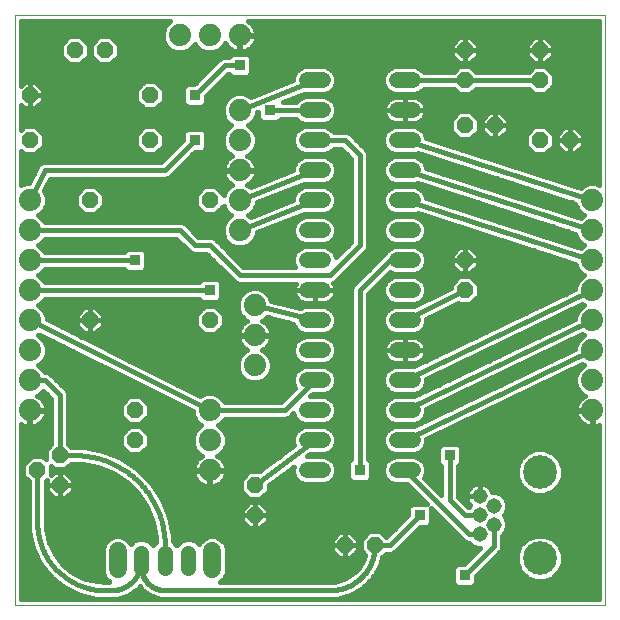
<source format=gbl>
G75*
%MOIN*%
%OFA0B0*%
%FSLAX25Y25*%
%IPPOS*%
%LPD*%
%AMOC8*
5,1,8,0,0,1.08239X$1,22.5*
%
%ADD10C,0.00000*%
%ADD11C,0.07400*%
%ADD12OC8,0.05200*%
%ADD13C,0.05200*%
%ADD14C,0.05150*%
%ADD15C,0.11220*%
%ADD16C,0.05150*%
%ADD17C,0.05937*%
%ADD18C,0.01600*%
%ADD19R,0.03562X0.03562*%
D10*
X0001800Y0001800D02*
X0001800Y0198650D01*
X0198650Y0198650D01*
X0198650Y0001800D01*
X0001800Y0001800D01*
D11*
X0006800Y0066800D03*
X0006800Y0076800D03*
X0006800Y0086800D03*
X0006800Y0096800D03*
X0006800Y0106800D03*
X0006800Y0116800D03*
X0006800Y0126800D03*
X0006800Y0136800D03*
X0056800Y0191800D03*
X0066800Y0191800D03*
X0076800Y0191800D03*
X0076800Y0166800D03*
X0076800Y0156800D03*
X0076800Y0146800D03*
X0076800Y0136800D03*
X0076800Y0126800D03*
X0081800Y0101800D03*
X0081800Y0091800D03*
X0081800Y0081800D03*
X0066800Y0066800D03*
X0066800Y0056800D03*
X0066800Y0046800D03*
X0194300Y0066800D03*
X0194300Y0076800D03*
X0194300Y0086800D03*
X0194300Y0096800D03*
X0194300Y0106800D03*
X0194300Y0116800D03*
X0194300Y0126800D03*
X0194300Y0136800D03*
D12*
X0186800Y0156800D03*
X0176800Y0156800D03*
X0161800Y0161800D03*
X0151800Y0161800D03*
X0151800Y0176800D03*
X0151800Y0186800D03*
X0176800Y0186800D03*
X0176800Y0176800D03*
X0151800Y0116800D03*
X0151800Y0106800D03*
X0081800Y0041800D03*
X0081800Y0031800D03*
X0111800Y0021800D03*
X0121800Y0021800D03*
X0066800Y0096800D03*
X0041800Y0066800D03*
X0041800Y0056800D03*
X0016800Y0051800D03*
X0009300Y0046800D03*
X0016800Y0041800D03*
X0026800Y0096800D03*
X0026800Y0136800D03*
X0006800Y0156800D03*
X0006800Y0171800D03*
X0021800Y0186800D03*
X0031800Y0186800D03*
X0046800Y0171800D03*
X0046800Y0156800D03*
X0066800Y0136800D03*
D13*
X0099200Y0136800D02*
X0104400Y0136800D01*
X0104400Y0126800D02*
X0099200Y0126800D01*
X0099200Y0116800D02*
X0104400Y0116800D01*
X0104400Y0106800D02*
X0099200Y0106800D01*
X0099200Y0096800D02*
X0104400Y0096800D01*
X0104400Y0086800D02*
X0099200Y0086800D01*
X0099200Y0076800D02*
X0104400Y0076800D01*
X0104400Y0066800D02*
X0099200Y0066800D01*
X0099200Y0056800D02*
X0104400Y0056800D01*
X0104400Y0046800D02*
X0099200Y0046800D01*
X0129200Y0046800D02*
X0134400Y0046800D01*
X0134400Y0056800D02*
X0129200Y0056800D01*
X0129200Y0066800D02*
X0134400Y0066800D01*
X0134400Y0076800D02*
X0129200Y0076800D01*
X0129200Y0086800D02*
X0134400Y0086800D01*
X0134400Y0096800D02*
X0129200Y0096800D01*
X0129200Y0106800D02*
X0134400Y0106800D01*
X0134400Y0116800D02*
X0129200Y0116800D01*
X0129200Y0126800D02*
X0134400Y0126800D01*
X0134400Y0136800D02*
X0129200Y0136800D01*
X0129200Y0146800D02*
X0134400Y0146800D01*
X0134400Y0156800D02*
X0129200Y0156800D01*
X0129200Y0166800D02*
X0134400Y0166800D01*
X0134400Y0176800D02*
X0129200Y0176800D01*
X0104400Y0176800D02*
X0099200Y0176800D01*
X0099200Y0166800D02*
X0104400Y0166800D01*
X0104400Y0156800D02*
X0099200Y0156800D01*
X0099200Y0146800D02*
X0104400Y0146800D01*
D14*
X0156721Y0038099D03*
X0161446Y0034950D03*
X0156721Y0031800D03*
X0161446Y0028650D03*
X0156721Y0025501D03*
D15*
X0176800Y0017430D03*
X0176800Y0046170D03*
D16*
X0059674Y0019375D02*
X0059674Y0014225D01*
X0051800Y0014225D02*
X0051800Y0019375D01*
X0043926Y0019375D02*
X0043926Y0014225D01*
D17*
X0036052Y0013831D02*
X0036052Y0019769D01*
X0067548Y0019769D02*
X0067548Y0013831D01*
D18*
X0071915Y0011391D02*
X0112962Y0011391D01*
X0114227Y0012121D02*
X0111469Y0010529D01*
X0108392Y0009704D01*
X0106800Y0009600D01*
X0070316Y0009600D01*
X0070362Y0009619D01*
X0071760Y0011017D01*
X0072517Y0012843D01*
X0072517Y0020757D01*
X0071760Y0022583D01*
X0070362Y0023981D01*
X0068536Y0024737D01*
X0066560Y0024737D01*
X0064734Y0023981D01*
X0063336Y0022583D01*
X0063219Y0022300D01*
X0062265Y0023253D01*
X0060584Y0023950D01*
X0058764Y0023950D01*
X0057083Y0023253D01*
X0055796Y0021966D01*
X0055737Y0021825D01*
X0055678Y0021966D01*
X0054600Y0023045D01*
X0054600Y0025031D01*
X0053340Y0031367D01*
X0050867Y0037337D01*
X0047277Y0042709D01*
X0042709Y0047277D01*
X0037337Y0050867D01*
X0037337Y0050867D01*
X0031367Y0053340D01*
X0025031Y0054600D01*
X0020505Y0054600D01*
X0019600Y0055505D01*
X0019600Y0072357D01*
X0019174Y0073386D01*
X0014174Y0078386D01*
X0013386Y0079174D01*
X0012357Y0079600D01*
X0011810Y0079600D01*
X0011632Y0080029D01*
X0010029Y0081632D01*
X0009624Y0081800D01*
X0010029Y0081968D01*
X0011632Y0083571D01*
X0012500Y0085666D01*
X0012500Y0087934D01*
X0011632Y0090029D01*
X0010029Y0091632D01*
X0009624Y0091800D01*
X0010029Y0091968D01*
X0010087Y0092026D01*
X0061100Y0066520D01*
X0061100Y0065666D01*
X0061968Y0063571D01*
X0063571Y0061968D01*
X0063976Y0061800D01*
X0063571Y0061632D01*
X0061968Y0060029D01*
X0061100Y0057934D01*
X0061100Y0055666D01*
X0061968Y0053571D01*
X0063571Y0051968D01*
X0064264Y0051681D01*
X0063917Y0051504D01*
X0063217Y0050995D01*
X0062605Y0050383D01*
X0062096Y0049683D01*
X0061703Y0048911D01*
X0061435Y0048088D01*
X0061300Y0047233D01*
X0061300Y0047000D01*
X0066600Y0047000D01*
X0066600Y0046600D01*
X0067000Y0046600D01*
X0067000Y0047000D01*
X0072300Y0047000D01*
X0072300Y0047233D01*
X0072165Y0048088D01*
X0071897Y0048911D01*
X0071504Y0049683D01*
X0070995Y0050383D01*
X0070383Y0050995D01*
X0069683Y0051504D01*
X0069336Y0051681D01*
X0070029Y0051968D01*
X0071632Y0053571D01*
X0072500Y0055666D01*
X0072500Y0057934D01*
X0071632Y0060029D01*
X0070029Y0061632D01*
X0069624Y0061800D01*
X0070029Y0061968D01*
X0071632Y0063571D01*
X0071810Y0064000D01*
X0092357Y0064000D01*
X0093386Y0064426D01*
X0094672Y0065712D01*
X0095300Y0064194D01*
X0096594Y0062900D01*
X0098285Y0062200D01*
X0105315Y0062200D01*
X0107006Y0062900D01*
X0108300Y0064194D01*
X0109000Y0065885D01*
X0109000Y0067715D01*
X0108300Y0069406D01*
X0107006Y0070700D01*
X0105315Y0071400D01*
X0100360Y0071400D01*
X0101160Y0072200D01*
X0105315Y0072200D01*
X0107006Y0072900D01*
X0108300Y0074194D01*
X0109000Y0075885D01*
X0109000Y0077715D01*
X0108300Y0079406D01*
X0107006Y0080700D01*
X0105315Y0081400D01*
X0098285Y0081400D01*
X0096594Y0080700D01*
X0095300Y0079406D01*
X0094600Y0077715D01*
X0094600Y0075885D01*
X0095281Y0074241D01*
X0090640Y0069600D01*
X0071810Y0069600D01*
X0071632Y0070029D01*
X0070029Y0071632D01*
X0067934Y0072500D01*
X0065666Y0072500D01*
X0063571Y0071632D01*
X0063513Y0071574D01*
X0012500Y0097080D01*
X0012500Y0097934D01*
X0011632Y0100029D01*
X0010029Y0101632D01*
X0009624Y0101800D01*
X0010029Y0101968D01*
X0011632Y0103571D01*
X0011810Y0104000D01*
X0063209Y0104000D01*
X0064190Y0103019D01*
X0069410Y0103019D01*
X0070581Y0104190D01*
X0070581Y0109410D01*
X0069410Y0110581D01*
X0064190Y0110581D01*
X0063209Y0109600D01*
X0011810Y0109600D01*
X0011632Y0110029D01*
X0010029Y0111632D01*
X0009624Y0111800D01*
X0010029Y0111968D01*
X0011632Y0113571D01*
X0011810Y0114000D01*
X0038209Y0114000D01*
X0039190Y0113019D01*
X0044410Y0113019D01*
X0045581Y0114190D01*
X0045581Y0119410D01*
X0044410Y0120581D01*
X0039190Y0120581D01*
X0038209Y0119600D01*
X0011810Y0119600D01*
X0011632Y0120029D01*
X0010029Y0121632D01*
X0009624Y0121800D01*
X0010029Y0121968D01*
X0011632Y0123571D01*
X0011810Y0124000D01*
X0055640Y0124000D01*
X0059426Y0120214D01*
X0060214Y0119426D01*
X0061243Y0119000D01*
X0065640Y0119000D01*
X0074426Y0110214D01*
X0075214Y0109426D01*
X0076243Y0109000D01*
X0095383Y0109000D01*
X0095122Y0108489D01*
X0094908Y0107830D01*
X0094800Y0107146D01*
X0094800Y0106800D01*
X0101800Y0106800D01*
X0108800Y0106800D01*
X0108800Y0107146D01*
X0108692Y0107830D01*
X0108478Y0108489D01*
X0108163Y0109106D01*
X0108036Y0109281D01*
X0108386Y0109426D01*
X0118386Y0119426D01*
X0119174Y0120214D01*
X0119600Y0121243D01*
X0119600Y0152357D01*
X0119174Y0153386D01*
X0114174Y0158386D01*
X0113386Y0159174D01*
X0112357Y0159600D01*
X0108105Y0159600D01*
X0107006Y0160700D01*
X0105315Y0161400D01*
X0098285Y0161400D01*
X0096594Y0160700D01*
X0095300Y0159406D01*
X0094600Y0157715D01*
X0094600Y0155885D01*
X0095300Y0154194D01*
X0096594Y0152900D01*
X0098285Y0152200D01*
X0105315Y0152200D01*
X0107006Y0152900D01*
X0108105Y0154000D01*
X0110640Y0154000D01*
X0114000Y0150640D01*
X0114000Y0122960D01*
X0108928Y0117888D01*
X0108300Y0119406D01*
X0107006Y0120700D01*
X0105315Y0121400D01*
X0098285Y0121400D01*
X0096594Y0120700D01*
X0095300Y0119406D01*
X0094600Y0117715D01*
X0094600Y0115885D01*
X0095132Y0114600D01*
X0077960Y0114600D01*
X0068386Y0124174D01*
X0067357Y0124600D01*
X0062960Y0124600D01*
X0059174Y0128386D01*
X0058386Y0129174D01*
X0057357Y0129600D01*
X0011810Y0129600D01*
X0011632Y0130029D01*
X0010029Y0131632D01*
X0009624Y0131800D01*
X0010029Y0131968D01*
X0011632Y0133571D01*
X0012500Y0135666D01*
X0012500Y0137934D01*
X0011632Y0140029D01*
X0011574Y0140087D01*
X0013530Y0144000D01*
X0052357Y0144000D01*
X0053386Y0144426D01*
X0061979Y0153019D01*
X0064410Y0153019D01*
X0065581Y0154190D01*
X0065581Y0159410D01*
X0064410Y0160581D01*
X0059190Y0160581D01*
X0058019Y0159410D01*
X0058019Y0156979D01*
X0050640Y0149600D01*
X0011899Y0149600D01*
X0011443Y0149632D01*
X0011346Y0149600D01*
X0011243Y0149600D01*
X0010820Y0149425D01*
X0010386Y0149280D01*
X0010309Y0149213D01*
X0010214Y0149174D01*
X0009890Y0148850D01*
X0009545Y0148550D01*
X0009499Y0148459D01*
X0009426Y0148386D01*
X0009251Y0147963D01*
X0006520Y0142500D01*
X0005666Y0142500D01*
X0003800Y0141727D01*
X0003800Y0153295D01*
X0004895Y0152200D01*
X0008705Y0152200D01*
X0011400Y0154895D01*
X0011400Y0158705D01*
X0008705Y0161400D01*
X0004895Y0161400D01*
X0003800Y0160305D01*
X0003800Y0168577D01*
X0004977Y0167400D01*
X0006800Y0167400D01*
X0008623Y0167400D01*
X0011200Y0169977D01*
X0011200Y0171800D01*
X0011200Y0173623D01*
X0008623Y0176200D01*
X0006800Y0176200D01*
X0006800Y0171800D01*
X0006800Y0171800D01*
X0011200Y0171800D01*
X0006800Y0171800D01*
X0006800Y0171800D01*
X0006800Y0176200D01*
X0004977Y0176200D01*
X0003800Y0175023D01*
X0003800Y0196650D01*
X0053615Y0196650D01*
X0053571Y0196632D01*
X0051968Y0195029D01*
X0051100Y0192934D01*
X0051100Y0190666D01*
X0051968Y0188571D01*
X0053571Y0186968D01*
X0055666Y0186100D01*
X0057934Y0186100D01*
X0060029Y0186968D01*
X0061632Y0188571D01*
X0061800Y0188976D01*
X0061968Y0188571D01*
X0063571Y0186968D01*
X0065666Y0186100D01*
X0067934Y0186100D01*
X0070029Y0186968D01*
X0071632Y0188571D01*
X0071919Y0189264D01*
X0072096Y0188917D01*
X0072605Y0188217D01*
X0073217Y0187605D01*
X0073917Y0187096D01*
X0074689Y0186703D01*
X0075512Y0186435D01*
X0076367Y0186300D01*
X0076600Y0186300D01*
X0076600Y0191600D01*
X0077000Y0191600D01*
X0077000Y0192000D01*
X0082300Y0192000D01*
X0082300Y0192233D01*
X0082165Y0193088D01*
X0081897Y0193911D01*
X0081504Y0194683D01*
X0080995Y0195383D01*
X0080383Y0195995D01*
X0079683Y0196504D01*
X0079395Y0196650D01*
X0196650Y0196650D01*
X0196650Y0141996D01*
X0195434Y0142500D01*
X0193166Y0142500D01*
X0191071Y0141632D01*
X0190420Y0140981D01*
X0139000Y0157436D01*
X0139000Y0157715D01*
X0138300Y0159406D01*
X0137006Y0160700D01*
X0135315Y0161400D01*
X0128285Y0161400D01*
X0126594Y0160700D01*
X0125300Y0159406D01*
X0124600Y0157715D01*
X0124600Y0155885D01*
X0125300Y0154194D01*
X0126594Y0152900D01*
X0128285Y0152200D01*
X0135315Y0152200D01*
X0136044Y0152502D01*
X0188600Y0135684D01*
X0188600Y0135666D01*
X0189468Y0133571D01*
X0191071Y0131968D01*
X0191476Y0131800D01*
X0191071Y0131632D01*
X0190420Y0130981D01*
X0139000Y0147436D01*
X0139000Y0147715D01*
X0138300Y0149406D01*
X0137006Y0150700D01*
X0135315Y0151400D01*
X0128285Y0151400D01*
X0126594Y0150700D01*
X0125300Y0149406D01*
X0124600Y0147715D01*
X0124600Y0145885D01*
X0125300Y0144194D01*
X0126594Y0142900D01*
X0128285Y0142200D01*
X0135315Y0142200D01*
X0136044Y0142502D01*
X0188600Y0125684D01*
X0188600Y0125666D01*
X0189468Y0123571D01*
X0191071Y0121968D01*
X0191476Y0121800D01*
X0191071Y0121632D01*
X0190420Y0120981D01*
X0139000Y0137436D01*
X0139000Y0137715D01*
X0138300Y0139406D01*
X0137006Y0140700D01*
X0135315Y0141400D01*
X0128285Y0141400D01*
X0126594Y0140700D01*
X0125300Y0139406D01*
X0124600Y0137715D01*
X0124600Y0135885D01*
X0125300Y0134194D01*
X0126594Y0132900D01*
X0128285Y0132200D01*
X0135315Y0132200D01*
X0136044Y0132502D01*
X0188600Y0115684D01*
X0188600Y0115666D01*
X0189468Y0113571D01*
X0191071Y0111968D01*
X0191476Y0111800D01*
X0191071Y0111632D01*
X0189468Y0110029D01*
X0188600Y0107934D01*
X0188600Y0107170D01*
X0134913Y0081400D01*
X0128285Y0081400D01*
X0126594Y0080700D01*
X0125300Y0079406D01*
X0124600Y0077715D01*
X0124600Y0075885D01*
X0125300Y0074194D01*
X0126594Y0072900D01*
X0128285Y0072200D01*
X0135315Y0072200D01*
X0137006Y0072900D01*
X0138300Y0074194D01*
X0139000Y0075885D01*
X0139000Y0077150D01*
X0190952Y0102087D01*
X0191071Y0101968D01*
X0191476Y0101800D01*
X0191071Y0101632D01*
X0189468Y0100029D01*
X0188600Y0097934D01*
X0188600Y0097170D01*
X0134913Y0071400D01*
X0128285Y0071400D01*
X0126594Y0070700D01*
X0125300Y0069406D01*
X0124600Y0067715D01*
X0124600Y0065885D01*
X0125300Y0064194D01*
X0126594Y0062900D01*
X0128285Y0062200D01*
X0135315Y0062200D01*
X0137006Y0062900D01*
X0138300Y0064194D01*
X0139000Y0065885D01*
X0139000Y0067150D01*
X0190952Y0092087D01*
X0191071Y0091968D01*
X0191476Y0091800D01*
X0191071Y0091632D01*
X0189468Y0090029D01*
X0188600Y0087934D01*
X0188600Y0087170D01*
X0134913Y0061400D01*
X0128285Y0061400D01*
X0126594Y0060700D01*
X0125300Y0059406D01*
X0124600Y0057715D01*
X0124600Y0055885D01*
X0125300Y0054194D01*
X0126594Y0052900D01*
X0128285Y0052200D01*
X0135315Y0052200D01*
X0137006Y0052900D01*
X0138300Y0054194D01*
X0139000Y0055885D01*
X0139000Y0057150D01*
X0190952Y0082087D01*
X0191071Y0081968D01*
X0191476Y0081800D01*
X0191071Y0081632D01*
X0189468Y0080029D01*
X0188600Y0077934D01*
X0188600Y0075666D01*
X0189468Y0073571D01*
X0191071Y0071968D01*
X0191764Y0071681D01*
X0191417Y0071504D01*
X0190717Y0070995D01*
X0190105Y0070383D01*
X0189596Y0069683D01*
X0189203Y0068911D01*
X0188935Y0068088D01*
X0188800Y0067233D01*
X0188800Y0067000D01*
X0194100Y0067000D01*
X0194100Y0066600D01*
X0194500Y0066600D01*
X0194500Y0061300D01*
X0194733Y0061300D01*
X0195588Y0061435D01*
X0196411Y0061703D01*
X0196650Y0061825D01*
X0196650Y0003800D01*
X0003800Y0003800D01*
X0003800Y0062181D01*
X0003917Y0062096D01*
X0004689Y0061703D01*
X0005512Y0061435D01*
X0006367Y0061300D01*
X0006600Y0061300D01*
X0006600Y0066600D01*
X0007000Y0066600D01*
X0007000Y0067000D01*
X0012300Y0067000D01*
X0012300Y0067233D01*
X0012165Y0068088D01*
X0011897Y0068911D01*
X0011504Y0069683D01*
X0010995Y0070383D01*
X0010383Y0070995D01*
X0009683Y0071504D01*
X0009336Y0071681D01*
X0010029Y0071968D01*
X0011351Y0073290D01*
X0014000Y0070640D01*
X0014000Y0055505D01*
X0012200Y0053705D01*
X0012200Y0050405D01*
X0011205Y0051400D01*
X0007395Y0051400D01*
X0004700Y0048705D01*
X0004700Y0044895D01*
X0006500Y0043095D01*
X0006500Y0026449D01*
X0007769Y0020891D01*
X0010242Y0015754D01*
X0013797Y0011297D01*
X0018254Y0007742D01*
X0018254Y0007742D01*
X0023391Y0005269D01*
X0028949Y0004000D01*
X0035953Y0004000D01*
X0039809Y0005253D01*
X0039809Y0005253D01*
X0043090Y0007636D01*
X0043090Y0007636D01*
X0043090Y0007636D01*
X0043405Y0008070D01*
X0044158Y0007032D01*
X0046894Y0005045D01*
X0050109Y0004000D01*
X0109143Y0004000D01*
X0113671Y0005213D01*
X0117729Y0007556D01*
X0117729Y0007556D01*
X0121044Y0010871D01*
X0123387Y0014929D01*
X0123387Y0014929D01*
X0124101Y0017596D01*
X0125505Y0019000D01*
X0127357Y0019000D01*
X0128386Y0019426D01*
X0136979Y0028019D01*
X0139410Y0028019D01*
X0140581Y0029190D01*
X0140581Y0034059D01*
X0151513Y0023127D01*
X0152542Y0022701D01*
X0153052Y0022701D01*
X0154130Y0021622D01*
X0155811Y0020926D01*
X0156966Y0020926D01*
X0151621Y0015581D01*
X0149190Y0015581D01*
X0148019Y0014410D01*
X0148019Y0009190D01*
X0149190Y0008019D01*
X0154410Y0008019D01*
X0155581Y0009190D01*
X0155581Y0011621D01*
X0163819Y0019860D01*
X0164246Y0020889D01*
X0164246Y0024981D01*
X0165324Y0026059D01*
X0166020Y0027740D01*
X0166020Y0029560D01*
X0165324Y0031242D01*
X0164766Y0031800D01*
X0165324Y0032358D01*
X0166020Y0034040D01*
X0166020Y0035860D01*
X0165324Y0037541D01*
X0164037Y0038828D01*
X0162356Y0039524D01*
X0160858Y0039524D01*
X0160776Y0039779D01*
X0160463Y0040392D01*
X0160058Y0040949D01*
X0159571Y0041436D01*
X0159014Y0041841D01*
X0158401Y0042153D01*
X0157746Y0042366D01*
X0157066Y0042474D01*
X0156721Y0042474D01*
X0156377Y0042474D01*
X0155697Y0042366D01*
X0155042Y0042153D01*
X0154428Y0041841D01*
X0153871Y0041436D01*
X0153384Y0040949D01*
X0152980Y0040392D01*
X0152667Y0039779D01*
X0152454Y0039124D01*
X0152346Y0038444D01*
X0152346Y0038099D01*
X0152346Y0037755D01*
X0152454Y0037075D01*
X0152667Y0036420D01*
X0152980Y0035806D01*
X0153384Y0035249D01*
X0153543Y0035091D01*
X0153052Y0034600D01*
X0152960Y0034600D01*
X0149600Y0037960D01*
X0149600Y0048209D01*
X0150581Y0049190D01*
X0150581Y0054410D01*
X0149410Y0055581D01*
X0144190Y0055581D01*
X0143019Y0054410D01*
X0143019Y0049190D01*
X0144000Y0048209D01*
X0144000Y0038560D01*
X0138319Y0044241D01*
X0139000Y0045885D01*
X0139000Y0047715D01*
X0138300Y0049406D01*
X0137006Y0050700D01*
X0135315Y0051400D01*
X0128285Y0051400D01*
X0126594Y0050700D01*
X0125300Y0049406D01*
X0124600Y0047715D01*
X0124600Y0045885D01*
X0125300Y0044194D01*
X0126594Y0042900D01*
X0128285Y0042200D01*
X0132440Y0042200D01*
X0139059Y0035581D01*
X0134190Y0035581D01*
X0133019Y0034410D01*
X0133019Y0031979D01*
X0125640Y0024600D01*
X0125505Y0024600D01*
X0123705Y0026400D01*
X0119895Y0026400D01*
X0117200Y0023705D01*
X0117200Y0019895D01*
X0118471Y0018623D01*
X0118071Y0017131D01*
X0116479Y0014373D01*
X0114227Y0012121D01*
X0115095Y0012990D02*
X0072517Y0012990D01*
X0072517Y0014588D02*
X0116603Y0014588D01*
X0117526Y0016187D02*
X0072517Y0016187D01*
X0072517Y0017785D02*
X0109592Y0017785D01*
X0109977Y0017400D02*
X0107400Y0019977D01*
X0107400Y0021800D01*
X0111800Y0021800D01*
X0116200Y0021800D01*
X0116200Y0023623D01*
X0113623Y0026200D01*
X0111800Y0026200D01*
X0111800Y0021800D01*
X0111800Y0021800D01*
X0111800Y0021800D01*
X0116200Y0021800D01*
X0116200Y0019977D01*
X0113623Y0017400D01*
X0111800Y0017400D01*
X0111800Y0021800D01*
X0111800Y0021800D01*
X0111800Y0021800D01*
X0111800Y0026200D01*
X0109977Y0026200D01*
X0107400Y0023623D01*
X0107400Y0021800D01*
X0111800Y0021800D01*
X0111800Y0017400D01*
X0109977Y0017400D01*
X0111800Y0017785D02*
X0111800Y0017785D01*
X0111800Y0019384D02*
X0111800Y0019384D01*
X0111800Y0020982D02*
X0111800Y0020982D01*
X0111800Y0022581D02*
X0111800Y0022581D01*
X0111800Y0024179D02*
X0111800Y0024179D01*
X0111800Y0025778D02*
X0111800Y0025778D01*
X0109555Y0025778D02*
X0054451Y0025778D01*
X0054600Y0024179D02*
X0065213Y0024179D01*
X0063335Y0022581D02*
X0062938Y0022581D01*
X0056410Y0022581D02*
X0055064Y0022581D01*
X0051800Y0021800D02*
X0051800Y0016800D01*
X0043926Y0014674D02*
X0043928Y0014484D01*
X0043935Y0014294D01*
X0043947Y0014104D01*
X0043963Y0013914D01*
X0043983Y0013725D01*
X0044009Y0013536D01*
X0044038Y0013348D01*
X0044073Y0013161D01*
X0044112Y0012975D01*
X0044155Y0012790D01*
X0044203Y0012605D01*
X0044255Y0012422D01*
X0044311Y0012241D01*
X0044372Y0012061D01*
X0044438Y0011882D01*
X0044507Y0011705D01*
X0044581Y0011529D01*
X0044659Y0011356D01*
X0044742Y0011184D01*
X0044828Y0011015D01*
X0044918Y0010847D01*
X0045013Y0010682D01*
X0045111Y0010519D01*
X0045214Y0010359D01*
X0045320Y0010201D01*
X0045430Y0010046D01*
X0045543Y0009893D01*
X0045661Y0009743D01*
X0045782Y0009597D01*
X0045906Y0009453D01*
X0046034Y0009312D01*
X0046165Y0009174D01*
X0046300Y0009039D01*
X0046438Y0008908D01*
X0046579Y0008780D01*
X0046723Y0008656D01*
X0046869Y0008535D01*
X0047019Y0008417D01*
X0047172Y0008304D01*
X0047327Y0008194D01*
X0047485Y0008088D01*
X0047645Y0007985D01*
X0047808Y0007887D01*
X0047973Y0007792D01*
X0048141Y0007702D01*
X0048310Y0007616D01*
X0048482Y0007533D01*
X0048655Y0007455D01*
X0048831Y0007381D01*
X0049008Y0007312D01*
X0049187Y0007246D01*
X0049367Y0007185D01*
X0049548Y0007129D01*
X0049731Y0007077D01*
X0049916Y0007029D01*
X0050101Y0006986D01*
X0050287Y0006947D01*
X0050474Y0006912D01*
X0050662Y0006883D01*
X0050851Y0006857D01*
X0051040Y0006837D01*
X0051230Y0006821D01*
X0051420Y0006809D01*
X0051610Y0006802D01*
X0051800Y0006800D01*
X0106800Y0006800D01*
X0108722Y0009793D02*
X0070536Y0009793D01*
X0072517Y0019384D02*
X0107994Y0019384D01*
X0107400Y0020982D02*
X0072423Y0020982D01*
X0071761Y0022581D02*
X0107400Y0022581D01*
X0121800Y0021800D02*
X0121796Y0021438D01*
X0121782Y0021075D01*
X0121761Y0020713D01*
X0121730Y0020352D01*
X0121691Y0019992D01*
X0121643Y0019633D01*
X0121586Y0019275D01*
X0121521Y0018918D01*
X0121447Y0018563D01*
X0121364Y0018210D01*
X0121273Y0017859D01*
X0121174Y0017511D01*
X0121066Y0017165D01*
X0120950Y0016821D01*
X0120825Y0016481D01*
X0120693Y0016144D01*
X0120552Y0015810D01*
X0120403Y0015479D01*
X0120246Y0015152D01*
X0120082Y0014829D01*
X0119910Y0014510D01*
X0119730Y0014196D01*
X0119542Y0013885D01*
X0119347Y0013580D01*
X0119145Y0013279D01*
X0118935Y0012983D01*
X0118719Y0012693D01*
X0118495Y0012407D01*
X0118265Y0012127D01*
X0118028Y0011853D01*
X0117784Y0011585D01*
X0117534Y0011322D01*
X0117278Y0011066D01*
X0117015Y0010816D01*
X0116747Y0010572D01*
X0116473Y0010335D01*
X0116193Y0010105D01*
X0115907Y0009881D01*
X0115617Y0009665D01*
X0115321Y0009455D01*
X0115020Y0009253D01*
X0114715Y0009058D01*
X0114404Y0008870D01*
X0114090Y0008690D01*
X0113771Y0008518D01*
X0113448Y0008354D01*
X0113121Y0008197D01*
X0112790Y0008048D01*
X0112456Y0007907D01*
X0112119Y0007775D01*
X0111779Y0007650D01*
X0111435Y0007534D01*
X0111089Y0007426D01*
X0110741Y0007327D01*
X0110390Y0007236D01*
X0110037Y0007153D01*
X0109682Y0007079D01*
X0109325Y0007014D01*
X0108967Y0006957D01*
X0108608Y0006909D01*
X0108248Y0006870D01*
X0107887Y0006839D01*
X0107525Y0006818D01*
X0107162Y0006804D01*
X0106800Y0006800D01*
X0112864Y0004997D02*
X0196650Y0004997D01*
X0196650Y0006596D02*
X0116065Y0006596D01*
X0118367Y0008194D02*
X0149015Y0008194D01*
X0148019Y0009793D02*
X0119966Y0009793D01*
X0121044Y0010871D02*
X0121044Y0010871D01*
X0121344Y0011391D02*
X0148019Y0011391D01*
X0148019Y0012990D02*
X0122267Y0012990D01*
X0123190Y0014588D02*
X0148197Y0014588D01*
X0152227Y0016187D02*
X0123724Y0016187D01*
X0124290Y0017785D02*
X0153825Y0017785D01*
X0155424Y0019384D02*
X0128283Y0019384D01*
X0129942Y0020982D02*
X0155676Y0020982D01*
X0153172Y0022581D02*
X0131540Y0022581D01*
X0133139Y0024179D02*
X0150461Y0024179D01*
X0148863Y0025778D02*
X0134737Y0025778D01*
X0136336Y0027376D02*
X0147264Y0027376D01*
X0145666Y0028975D02*
X0140365Y0028975D01*
X0140581Y0030573D02*
X0144067Y0030573D01*
X0142468Y0032172D02*
X0140581Y0032172D01*
X0140581Y0033770D02*
X0140870Y0033770D01*
X0137673Y0036967D02*
X0051020Y0036967D01*
X0050867Y0037337D02*
X0050867Y0037337D01*
X0050046Y0038566D02*
X0078529Y0038566D01*
X0077200Y0039895D02*
X0079895Y0037200D01*
X0083705Y0037200D01*
X0086400Y0039895D01*
X0086400Y0041750D01*
X0094711Y0047983D01*
X0094600Y0047715D01*
X0094600Y0045885D01*
X0095300Y0044194D01*
X0096594Y0042900D01*
X0098285Y0042200D01*
X0105315Y0042200D01*
X0107006Y0042900D01*
X0108300Y0044194D01*
X0109000Y0045885D01*
X0109000Y0047715D01*
X0108300Y0049406D01*
X0107006Y0050700D01*
X0105315Y0051400D01*
X0099267Y0051400D01*
X0100333Y0052200D01*
X0105315Y0052200D01*
X0107006Y0052900D01*
X0108300Y0054194D01*
X0109000Y0055885D01*
X0109000Y0057715D01*
X0108300Y0059406D01*
X0107006Y0060700D01*
X0105315Y0061400D01*
X0098285Y0061400D01*
X0096594Y0060700D01*
X0095300Y0059406D01*
X0094600Y0057715D01*
X0094600Y0055885D01*
X0094911Y0055133D01*
X0083267Y0046400D01*
X0079895Y0046400D01*
X0077200Y0043705D01*
X0077200Y0039895D01*
X0077200Y0040164D02*
X0048978Y0040164D01*
X0047909Y0041763D02*
X0064571Y0041763D01*
X0064689Y0041703D02*
X0065512Y0041435D01*
X0066367Y0041300D01*
X0066600Y0041300D01*
X0066600Y0046600D01*
X0061300Y0046600D01*
X0061300Y0046367D01*
X0061435Y0045512D01*
X0061703Y0044689D01*
X0062096Y0043917D01*
X0062605Y0043217D01*
X0063217Y0042605D01*
X0063917Y0042096D01*
X0064689Y0041703D01*
X0066600Y0041763D02*
X0067000Y0041763D01*
X0067000Y0041300D02*
X0067233Y0041300D01*
X0068088Y0041435D01*
X0068911Y0041703D01*
X0069683Y0042096D01*
X0070383Y0042605D01*
X0070995Y0043217D01*
X0071504Y0043917D01*
X0071897Y0044689D01*
X0072165Y0045512D01*
X0072300Y0046367D01*
X0072300Y0046600D01*
X0067000Y0046600D01*
X0067000Y0041300D01*
X0067000Y0043361D02*
X0066600Y0043361D01*
X0066600Y0044960D02*
X0067000Y0044960D01*
X0067000Y0046558D02*
X0066600Y0046558D01*
X0062500Y0043361D02*
X0046625Y0043361D01*
X0047277Y0042709D02*
X0047277Y0042709D01*
X0045026Y0044960D02*
X0061615Y0044960D01*
X0061300Y0046558D02*
X0043428Y0046558D01*
X0042709Y0047277D02*
X0042709Y0047277D01*
X0041393Y0048157D02*
X0061458Y0048157D01*
X0062149Y0049755D02*
X0039000Y0049755D01*
X0039895Y0052200D02*
X0043705Y0052200D01*
X0046400Y0054895D01*
X0046400Y0058705D01*
X0043705Y0061400D01*
X0039895Y0061400D01*
X0037200Y0058705D01*
X0037200Y0054895D01*
X0039895Y0052200D01*
X0039142Y0052952D02*
X0032302Y0052952D01*
X0031367Y0053340D02*
X0031367Y0053340D01*
X0036161Y0051354D02*
X0063711Y0051354D01*
X0062587Y0052952D02*
X0044458Y0052952D01*
X0046056Y0054551D02*
X0061562Y0054551D01*
X0061100Y0056149D02*
X0046400Y0056149D01*
X0046400Y0057748D02*
X0061100Y0057748D01*
X0061685Y0059346D02*
X0045759Y0059346D01*
X0044160Y0060945D02*
X0062884Y0060945D01*
X0062996Y0062543D02*
X0044049Y0062543D01*
X0043705Y0062200D02*
X0046400Y0064895D01*
X0046400Y0068705D01*
X0043705Y0071400D01*
X0039895Y0071400D01*
X0037200Y0068705D01*
X0037200Y0064895D01*
X0039895Y0062200D01*
X0043705Y0062200D01*
X0045647Y0064142D02*
X0061731Y0064142D01*
X0061100Y0065740D02*
X0046400Y0065740D01*
X0046400Y0067339D02*
X0059461Y0067339D01*
X0056264Y0068937D02*
X0046168Y0068937D01*
X0044569Y0070536D02*
X0053067Y0070536D01*
X0049870Y0072134D02*
X0019600Y0072134D01*
X0019600Y0070536D02*
X0039031Y0070536D01*
X0037432Y0068937D02*
X0019600Y0068937D01*
X0019600Y0067339D02*
X0037200Y0067339D01*
X0037200Y0065740D02*
X0019600Y0065740D01*
X0019600Y0064142D02*
X0037953Y0064142D01*
X0039551Y0062543D02*
X0019600Y0062543D01*
X0019600Y0060945D02*
X0039440Y0060945D01*
X0037841Y0059346D02*
X0019600Y0059346D01*
X0019600Y0057748D02*
X0037200Y0057748D01*
X0037200Y0056149D02*
X0019600Y0056149D01*
X0021800Y0051800D02*
X0016800Y0051800D01*
X0016800Y0071800D01*
X0011800Y0076800D01*
X0006800Y0076800D01*
X0010196Y0072134D02*
X0012506Y0072134D01*
X0014000Y0070536D02*
X0010842Y0070536D01*
X0011884Y0068937D02*
X0014000Y0068937D01*
X0014000Y0067339D02*
X0012283Y0067339D01*
X0012300Y0066600D02*
X0007000Y0066600D01*
X0007000Y0061300D01*
X0007233Y0061300D01*
X0008088Y0061435D01*
X0008911Y0061703D01*
X0009683Y0062096D01*
X0010383Y0062605D01*
X0010995Y0063217D01*
X0011504Y0063917D01*
X0011897Y0064689D01*
X0012165Y0065512D01*
X0012300Y0066367D01*
X0012300Y0066600D01*
X0012201Y0065740D02*
X0014000Y0065740D01*
X0014000Y0064142D02*
X0011618Y0064142D01*
X0010298Y0062543D02*
X0014000Y0062543D01*
X0014000Y0060945D02*
X0003800Y0060945D01*
X0003800Y0059346D02*
X0014000Y0059346D01*
X0014000Y0057748D02*
X0003800Y0057748D01*
X0003800Y0056149D02*
X0014000Y0056149D01*
X0013045Y0054551D02*
X0003800Y0054551D01*
X0003800Y0052952D02*
X0012200Y0052952D01*
X0012200Y0051354D02*
X0011252Y0051354D01*
X0007348Y0051354D02*
X0003800Y0051354D01*
X0003800Y0049755D02*
X0005750Y0049755D01*
X0004700Y0048157D02*
X0003800Y0048157D01*
X0003800Y0046558D02*
X0004700Y0046558D01*
X0004700Y0044960D02*
X0003800Y0044960D01*
X0003800Y0043361D02*
X0006233Y0043361D01*
X0006500Y0041763D02*
X0003800Y0041763D01*
X0003800Y0040164D02*
X0006500Y0040164D01*
X0006500Y0038566D02*
X0003800Y0038566D01*
X0003800Y0036967D02*
X0006500Y0036967D01*
X0006500Y0035369D02*
X0003800Y0035369D01*
X0003800Y0033770D02*
X0006500Y0033770D01*
X0006500Y0032172D02*
X0003800Y0032172D01*
X0003800Y0030573D02*
X0006500Y0030573D01*
X0006500Y0028975D02*
X0003800Y0028975D01*
X0003800Y0027376D02*
X0006500Y0027376D01*
X0006653Y0025778D02*
X0003800Y0025778D01*
X0003800Y0024179D02*
X0007018Y0024179D01*
X0007383Y0022581D02*
X0003800Y0022581D01*
X0003800Y0020982D02*
X0007748Y0020982D01*
X0008495Y0019384D02*
X0003800Y0019384D01*
X0003800Y0017785D02*
X0009264Y0017785D01*
X0010034Y0016187D02*
X0003800Y0016187D01*
X0003800Y0014588D02*
X0011172Y0014588D01*
X0012447Y0012990D02*
X0003800Y0012990D01*
X0003800Y0011391D02*
X0013722Y0011391D01*
X0013797Y0011297D02*
X0013797Y0011297D01*
X0015684Y0009793D02*
X0003800Y0009793D01*
X0003800Y0008194D02*
X0017688Y0008194D01*
X0020636Y0006596D02*
X0003800Y0006596D01*
X0003800Y0004997D02*
X0024581Y0004997D01*
X0023391Y0005269D02*
X0023391Y0005269D01*
X0025293Y0010705D02*
X0021319Y0012620D01*
X0017870Y0015370D01*
X0015120Y0018819D01*
X0013205Y0022794D01*
X0012224Y0027094D01*
X0012100Y0029300D01*
X0012100Y0043095D01*
X0012400Y0043395D01*
X0012400Y0041800D01*
X0016800Y0041800D01*
X0016800Y0041800D01*
X0016800Y0046200D01*
X0018623Y0046200D01*
X0021200Y0043623D01*
X0021200Y0041800D01*
X0016800Y0041800D01*
X0016800Y0041800D01*
X0016800Y0046200D01*
X0014977Y0046200D01*
X0013900Y0045123D01*
X0013900Y0048195D01*
X0014895Y0047200D01*
X0018705Y0047200D01*
X0020505Y0049000D01*
X0021800Y0049000D01*
X0024466Y0048869D01*
X0029696Y0047829D01*
X0034622Y0045788D01*
X0039055Y0042826D01*
X0042826Y0039055D01*
X0045788Y0034622D01*
X0047829Y0029696D01*
X0048869Y0024466D01*
X0048942Y0022986D01*
X0047922Y0021966D01*
X0047863Y0021825D01*
X0047804Y0021966D01*
X0046517Y0023253D01*
X0044836Y0023950D01*
X0043016Y0023950D01*
X0041335Y0023253D01*
X0040381Y0022300D01*
X0040264Y0022583D01*
X0038866Y0023981D01*
X0037040Y0024737D01*
X0035064Y0024737D01*
X0033238Y0023981D01*
X0031840Y0022583D01*
X0031083Y0020757D01*
X0031083Y0012843D01*
X0031840Y0011017D01*
X0033238Y0009619D01*
X0033284Y0009600D01*
X0031800Y0009600D01*
X0029594Y0009724D01*
X0025293Y0010705D01*
X0023870Y0011391D02*
X0031685Y0011391D01*
X0031083Y0012990D02*
X0020855Y0012990D01*
X0018850Y0014588D02*
X0031083Y0014588D01*
X0031083Y0016187D02*
X0017219Y0016187D01*
X0015944Y0017785D02*
X0031083Y0017785D01*
X0031083Y0019384D02*
X0014848Y0019384D01*
X0014078Y0020982D02*
X0031177Y0020982D01*
X0031839Y0022581D02*
X0013308Y0022581D01*
X0012889Y0024179D02*
X0033717Y0024179D01*
X0038387Y0024179D02*
X0048883Y0024179D01*
X0048608Y0025778D02*
X0012524Y0025778D01*
X0012208Y0027376D02*
X0048290Y0027376D01*
X0047972Y0028975D02*
X0012118Y0028975D01*
X0012100Y0030573D02*
X0047465Y0030573D01*
X0046803Y0032172D02*
X0012100Y0032172D01*
X0012100Y0033770D02*
X0046141Y0033770D01*
X0045289Y0035369D02*
X0012100Y0035369D01*
X0012100Y0036967D02*
X0044221Y0036967D01*
X0043153Y0038566D02*
X0019788Y0038566D01*
X0018623Y0037400D02*
X0021200Y0039977D01*
X0021200Y0041800D01*
X0016800Y0041800D01*
X0016800Y0037400D01*
X0018623Y0037400D01*
X0016800Y0037400D02*
X0016800Y0041800D01*
X0016800Y0041800D01*
X0016800Y0041800D01*
X0012400Y0041800D01*
X0012400Y0039977D01*
X0014977Y0037400D01*
X0016800Y0037400D01*
X0016800Y0038566D02*
X0016800Y0038566D01*
X0016800Y0040164D02*
X0016800Y0040164D01*
X0016800Y0041763D02*
X0016800Y0041763D01*
X0016800Y0043361D02*
X0016800Y0043361D01*
X0016800Y0044960D02*
X0016800Y0044960D01*
X0019863Y0044960D02*
X0035862Y0044960D01*
X0038254Y0043361D02*
X0021200Y0043361D01*
X0021200Y0041763D02*
X0040119Y0041763D01*
X0041717Y0040164D02*
X0021200Y0040164D01*
X0013812Y0038566D02*
X0012100Y0038566D01*
X0012100Y0040164D02*
X0012400Y0040164D01*
X0012400Y0041763D02*
X0012100Y0041763D01*
X0012367Y0043361D02*
X0012400Y0043361D01*
X0013900Y0046558D02*
X0032763Y0046558D01*
X0028046Y0048157D02*
X0019662Y0048157D01*
X0013938Y0048157D02*
X0013900Y0048157D01*
X0009300Y0046800D02*
X0009300Y0029300D01*
X0021800Y0051800D02*
X0022525Y0051791D01*
X0023249Y0051765D01*
X0023973Y0051721D01*
X0024695Y0051660D01*
X0025416Y0051581D01*
X0026135Y0051485D01*
X0026851Y0051372D01*
X0027564Y0051241D01*
X0028274Y0051093D01*
X0028979Y0050928D01*
X0029681Y0050746D01*
X0030378Y0050547D01*
X0031071Y0050332D01*
X0031757Y0050099D01*
X0032438Y0049850D01*
X0033113Y0049585D01*
X0033781Y0049304D01*
X0034442Y0049006D01*
X0035096Y0048693D01*
X0035742Y0048364D01*
X0036380Y0048019D01*
X0037009Y0047659D01*
X0037629Y0047284D01*
X0038240Y0046894D01*
X0038842Y0046490D01*
X0039434Y0046071D01*
X0040015Y0045637D01*
X0040586Y0045190D01*
X0041145Y0044729D01*
X0041694Y0044255D01*
X0042230Y0043768D01*
X0042755Y0043268D01*
X0043268Y0042755D01*
X0043768Y0042230D01*
X0044255Y0041694D01*
X0044729Y0041145D01*
X0045190Y0040586D01*
X0045637Y0040015D01*
X0046071Y0039434D01*
X0046490Y0038842D01*
X0046894Y0038240D01*
X0047284Y0037629D01*
X0047659Y0037009D01*
X0048019Y0036380D01*
X0048364Y0035742D01*
X0048693Y0035096D01*
X0049006Y0034442D01*
X0049304Y0033781D01*
X0049585Y0033113D01*
X0049850Y0032438D01*
X0050099Y0031757D01*
X0050332Y0031071D01*
X0050547Y0030378D01*
X0050746Y0029681D01*
X0050928Y0028979D01*
X0051093Y0028274D01*
X0051241Y0027564D01*
X0051372Y0026851D01*
X0051485Y0026135D01*
X0051581Y0025416D01*
X0051660Y0024695D01*
X0051721Y0023973D01*
X0051765Y0023249D01*
X0051791Y0022525D01*
X0051800Y0021800D01*
X0048536Y0022581D02*
X0047190Y0022581D01*
X0043926Y0016800D02*
X0043926Y0014674D01*
X0044158Y0007032D02*
X0044158Y0007032D01*
X0044158Y0007032D01*
X0044759Y0006596D02*
X0041657Y0006596D01*
X0039022Y0004997D02*
X0047041Y0004997D01*
X0046894Y0005045D02*
X0046894Y0005045D01*
X0033926Y0006800D02*
X0031800Y0006800D01*
X0033064Y0009793D02*
X0029293Y0009793D01*
X0033926Y0006800D02*
X0034168Y0006803D01*
X0034409Y0006812D01*
X0034650Y0006826D01*
X0034891Y0006847D01*
X0035131Y0006873D01*
X0035371Y0006905D01*
X0035610Y0006943D01*
X0035847Y0006986D01*
X0036084Y0007036D01*
X0036319Y0007091D01*
X0036553Y0007151D01*
X0036785Y0007218D01*
X0037016Y0007289D01*
X0037245Y0007367D01*
X0037472Y0007450D01*
X0037697Y0007538D01*
X0037920Y0007632D01*
X0038140Y0007731D01*
X0038358Y0007836D01*
X0038573Y0007945D01*
X0038786Y0008060D01*
X0038996Y0008180D01*
X0039202Y0008305D01*
X0039406Y0008435D01*
X0039607Y0008570D01*
X0039804Y0008710D01*
X0039998Y0008854D01*
X0040188Y0009003D01*
X0040374Y0009157D01*
X0040557Y0009315D01*
X0040736Y0009477D01*
X0040911Y0009644D01*
X0041082Y0009815D01*
X0041249Y0009990D01*
X0041411Y0010169D01*
X0041569Y0010352D01*
X0041723Y0010538D01*
X0041872Y0010728D01*
X0042016Y0010922D01*
X0042156Y0011119D01*
X0042291Y0011320D01*
X0042421Y0011524D01*
X0042546Y0011730D01*
X0042666Y0011940D01*
X0042781Y0012153D01*
X0042890Y0012368D01*
X0042995Y0012586D01*
X0043094Y0012806D01*
X0043188Y0013029D01*
X0043276Y0013254D01*
X0043359Y0013481D01*
X0043437Y0013710D01*
X0043508Y0013941D01*
X0043575Y0014173D01*
X0043635Y0014407D01*
X0043690Y0014642D01*
X0043740Y0014879D01*
X0043783Y0015116D01*
X0043821Y0015355D01*
X0043853Y0015595D01*
X0043879Y0015835D01*
X0043900Y0016076D01*
X0043914Y0016317D01*
X0043923Y0016558D01*
X0043926Y0016800D01*
X0040662Y0022581D02*
X0040265Y0022581D01*
X0031800Y0006800D02*
X0031256Y0006807D01*
X0030713Y0006826D01*
X0030170Y0006859D01*
X0029628Y0006905D01*
X0029088Y0006964D01*
X0028549Y0007036D01*
X0028012Y0007121D01*
X0027477Y0007219D01*
X0026945Y0007330D01*
X0026415Y0007454D01*
X0025889Y0007590D01*
X0025366Y0007739D01*
X0024847Y0007901D01*
X0024332Y0008075D01*
X0023821Y0008262D01*
X0023315Y0008461D01*
X0022814Y0008672D01*
X0022318Y0008895D01*
X0021828Y0009130D01*
X0021344Y0009377D01*
X0020865Y0009636D01*
X0020393Y0009906D01*
X0019928Y0010187D01*
X0019470Y0010479D01*
X0019019Y0010783D01*
X0018575Y0011097D01*
X0018139Y0011422D01*
X0017711Y0011757D01*
X0017291Y0012103D01*
X0016880Y0012459D01*
X0016477Y0012824D01*
X0016083Y0013199D01*
X0015699Y0013583D01*
X0015324Y0013977D01*
X0014959Y0014380D01*
X0014603Y0014791D01*
X0014257Y0015211D01*
X0013922Y0015639D01*
X0013597Y0016075D01*
X0013283Y0016519D01*
X0012979Y0016970D01*
X0012687Y0017428D01*
X0012406Y0017893D01*
X0012136Y0018365D01*
X0011877Y0018844D01*
X0011630Y0019328D01*
X0011395Y0019818D01*
X0011172Y0020314D01*
X0010961Y0020815D01*
X0010762Y0021321D01*
X0010575Y0021832D01*
X0010401Y0022347D01*
X0010239Y0022866D01*
X0010090Y0023389D01*
X0009954Y0023915D01*
X0009830Y0024445D01*
X0009719Y0024977D01*
X0009621Y0025512D01*
X0009536Y0026049D01*
X0009464Y0026588D01*
X0009405Y0027128D01*
X0009359Y0027670D01*
X0009326Y0028213D01*
X0009307Y0028756D01*
X0009300Y0029300D01*
X0025277Y0054551D02*
X0037544Y0054551D01*
X0051682Y0035369D02*
X0079146Y0035369D01*
X0079977Y0036200D02*
X0077400Y0033623D01*
X0077400Y0031800D01*
X0081800Y0031800D01*
X0081800Y0031800D01*
X0081800Y0036200D01*
X0083623Y0036200D01*
X0086200Y0033623D01*
X0086200Y0031800D01*
X0081800Y0031800D01*
X0081800Y0031800D01*
X0081800Y0031800D01*
X0081800Y0036200D01*
X0079977Y0036200D01*
X0081800Y0035369D02*
X0081800Y0035369D01*
X0081800Y0033770D02*
X0081800Y0033770D01*
X0081800Y0032172D02*
X0081800Y0032172D01*
X0081800Y0031800D02*
X0077400Y0031800D01*
X0077400Y0029977D01*
X0079977Y0027400D01*
X0081800Y0027400D01*
X0083623Y0027400D01*
X0086200Y0029977D01*
X0086200Y0031800D01*
X0081800Y0031800D01*
X0081800Y0027400D01*
X0081800Y0031800D01*
X0081800Y0031800D01*
X0081800Y0030573D02*
X0081800Y0030573D01*
X0081800Y0028975D02*
X0081800Y0028975D01*
X0085197Y0028975D02*
X0130015Y0028975D01*
X0131613Y0030573D02*
X0086200Y0030573D01*
X0086200Y0032172D02*
X0133019Y0032172D01*
X0133019Y0033770D02*
X0086052Y0033770D01*
X0084454Y0035369D02*
X0133978Y0035369D01*
X0136074Y0038566D02*
X0085071Y0038566D01*
X0086400Y0040164D02*
X0134476Y0040164D01*
X0132877Y0041763D02*
X0086417Y0041763D01*
X0088548Y0043361D02*
X0096133Y0043361D01*
X0094983Y0044960D02*
X0090680Y0044960D01*
X0092811Y0046558D02*
X0094600Y0046558D01*
X0089872Y0051354D02*
X0069889Y0051354D01*
X0071013Y0052952D02*
X0092003Y0052952D01*
X0094135Y0054551D02*
X0072038Y0054551D01*
X0072500Y0056149D02*
X0094600Y0056149D01*
X0094614Y0057748D02*
X0072500Y0057748D01*
X0071915Y0059346D02*
X0095276Y0059346D01*
X0097186Y0060945D02*
X0070716Y0060945D01*
X0070604Y0062543D02*
X0097456Y0062543D01*
X0095353Y0064142D02*
X0092700Y0064142D01*
X0091800Y0066800D02*
X0101800Y0076800D01*
X0101094Y0072134D02*
X0114000Y0072134D01*
X0114000Y0070536D02*
X0107169Y0070536D01*
X0108494Y0068937D02*
X0114000Y0068937D01*
X0114000Y0067339D02*
X0109000Y0067339D01*
X0108940Y0065740D02*
X0114000Y0065740D01*
X0114000Y0064142D02*
X0108247Y0064142D01*
X0106144Y0062543D02*
X0114000Y0062543D01*
X0114000Y0060945D02*
X0106414Y0060945D01*
X0108324Y0059346D02*
X0114000Y0059346D01*
X0114000Y0057748D02*
X0108986Y0057748D01*
X0109000Y0056149D02*
X0114000Y0056149D01*
X0114000Y0054551D02*
X0108447Y0054551D01*
X0107058Y0052952D02*
X0114000Y0052952D01*
X0114000Y0051354D02*
X0105426Y0051354D01*
X0107950Y0049755D02*
X0113365Y0049755D01*
X0113019Y0049410D02*
X0113019Y0044190D01*
X0114190Y0043019D01*
X0119410Y0043019D01*
X0120581Y0044190D01*
X0120581Y0049410D01*
X0119600Y0050391D01*
X0119600Y0105640D01*
X0126782Y0112822D01*
X0128285Y0112200D01*
X0135315Y0112200D01*
X0137006Y0112900D01*
X0138300Y0114194D01*
X0139000Y0115885D01*
X0139000Y0117715D01*
X0138300Y0119406D01*
X0137006Y0120700D01*
X0135315Y0121400D01*
X0128285Y0121400D01*
X0126594Y0120700D01*
X0125300Y0119406D01*
X0125197Y0119157D01*
X0124426Y0118386D01*
X0114426Y0108386D01*
X0114000Y0107357D01*
X0114000Y0050391D01*
X0113019Y0049410D01*
X0113019Y0048157D02*
X0108817Y0048157D01*
X0109000Y0046558D02*
X0113019Y0046558D01*
X0113019Y0044960D02*
X0108617Y0044960D01*
X0107467Y0043361D02*
X0113848Y0043361D01*
X0116800Y0046800D02*
X0116800Y0106800D01*
X0126800Y0116800D01*
X0131800Y0116800D01*
X0128285Y0122200D02*
X0135315Y0122200D01*
X0137006Y0122900D01*
X0138300Y0124194D01*
X0139000Y0125885D01*
X0139000Y0127715D01*
X0138300Y0129406D01*
X0137006Y0130700D01*
X0135315Y0131400D01*
X0128285Y0131400D01*
X0126594Y0130700D01*
X0125300Y0129406D01*
X0124600Y0127715D01*
X0124600Y0125885D01*
X0125300Y0124194D01*
X0126594Y0122900D01*
X0128285Y0122200D01*
X0126208Y0123287D02*
X0119600Y0123287D01*
X0119600Y0124885D02*
X0125014Y0124885D01*
X0124600Y0126484D02*
X0119600Y0126484D01*
X0119600Y0128082D02*
X0124752Y0128082D01*
X0125576Y0129681D02*
X0119600Y0129681D01*
X0119600Y0131279D02*
X0127994Y0131279D01*
X0126648Y0132878D02*
X0119600Y0132878D01*
X0119600Y0134476D02*
X0125183Y0134476D01*
X0124600Y0136075D02*
X0119600Y0136075D01*
X0119600Y0137673D02*
X0124600Y0137673D01*
X0125245Y0139272D02*
X0119600Y0139272D01*
X0119600Y0140870D02*
X0127007Y0140870D01*
X0127636Y0142469D02*
X0119600Y0142469D01*
X0119600Y0144068D02*
X0125427Y0144068D01*
X0124691Y0145666D02*
X0119600Y0145666D01*
X0119600Y0147265D02*
X0124600Y0147265D01*
X0125076Y0148863D02*
X0119600Y0148863D01*
X0119600Y0150462D02*
X0126356Y0150462D01*
X0125836Y0153659D02*
X0118901Y0153659D01*
X0119600Y0152060D02*
X0137425Y0152060D01*
X0137244Y0150462D02*
X0142421Y0150462D01*
X0138524Y0148863D02*
X0147416Y0148863D01*
X0144531Y0145666D02*
X0157407Y0145666D01*
X0154521Y0142469D02*
X0167397Y0142469D01*
X0164512Y0139272D02*
X0177388Y0139272D01*
X0174503Y0136075D02*
X0187379Y0136075D01*
X0189093Y0134476D02*
X0179498Y0134476D01*
X0182383Y0137673D02*
X0169507Y0137673D01*
X0172393Y0140870D02*
X0159517Y0140870D01*
X0162402Y0144068D02*
X0149526Y0144068D01*
X0152411Y0147265D02*
X0139535Y0147265D01*
X0136147Y0142469D02*
X0135964Y0142469D01*
X0136593Y0140870D02*
X0141143Y0140870D01*
X0138355Y0139272D02*
X0146138Y0139272D01*
X0143253Y0136075D02*
X0156129Y0136075D01*
X0153244Y0132878D02*
X0166119Y0132878D01*
X0163234Y0129681D02*
X0176110Y0129681D01*
X0173225Y0126484D02*
X0186101Y0126484D01*
X0188923Y0124885D02*
X0178220Y0124885D01*
X0181105Y0128082D02*
X0168230Y0128082D01*
X0171115Y0131279D02*
X0158239Y0131279D01*
X0161124Y0134476D02*
X0148248Y0134476D01*
X0151133Y0137673D02*
X0139000Y0137673D01*
X0139865Y0131279D02*
X0135606Y0131279D01*
X0138024Y0129681D02*
X0144860Y0129681D01*
X0149855Y0128082D02*
X0138848Y0128082D01*
X0139000Y0126484D02*
X0154851Y0126484D01*
X0159846Y0124885D02*
X0138586Y0124885D01*
X0137392Y0123287D02*
X0164841Y0123287D01*
X0169837Y0121688D02*
X0119600Y0121688D01*
X0119050Y0120090D02*
X0125984Y0120090D01*
X0124532Y0118491D02*
X0117451Y0118491D01*
X0115853Y0116893D02*
X0122933Y0116893D01*
X0121335Y0115294D02*
X0114254Y0115294D01*
X0112656Y0113696D02*
X0119736Y0113696D01*
X0118137Y0112097D02*
X0111057Y0112097D01*
X0109459Y0110499D02*
X0116539Y0110499D01*
X0114940Y0108900D02*
X0108268Y0108900D01*
X0108775Y0107302D02*
X0114000Y0107302D01*
X0114000Y0105703D02*
X0108670Y0105703D01*
X0108692Y0105770D02*
X0108800Y0106454D01*
X0108800Y0106800D01*
X0101800Y0106800D01*
X0101800Y0106800D01*
X0101800Y0102400D01*
X0104746Y0102400D01*
X0105430Y0102508D01*
X0106089Y0102722D01*
X0106706Y0103037D01*
X0107266Y0103444D01*
X0107756Y0103934D01*
X0108163Y0104494D01*
X0108478Y0105111D01*
X0108692Y0105770D01*
X0107880Y0104105D02*
X0114000Y0104105D01*
X0114000Y0102506D02*
X0105417Y0102506D01*
X0105315Y0101400D02*
X0107006Y0100700D01*
X0108300Y0099406D01*
X0109000Y0097715D01*
X0109000Y0095885D01*
X0108300Y0094194D01*
X0107006Y0092900D01*
X0105315Y0092200D01*
X0098285Y0092200D01*
X0096594Y0092900D01*
X0095300Y0094194D01*
X0094679Y0095694D01*
X0085940Y0097879D01*
X0085029Y0096968D01*
X0084336Y0096681D01*
X0084683Y0096504D01*
X0085383Y0095995D01*
X0085995Y0095383D01*
X0086504Y0094683D01*
X0086897Y0093911D01*
X0087165Y0093088D01*
X0087300Y0092233D01*
X0087300Y0092000D01*
X0082000Y0092000D01*
X0082000Y0091600D01*
X0087300Y0091600D01*
X0087300Y0091367D01*
X0087165Y0090512D01*
X0086897Y0089689D01*
X0086504Y0088917D01*
X0085995Y0088217D01*
X0085383Y0087605D01*
X0084683Y0087096D01*
X0084336Y0086919D01*
X0085029Y0086632D01*
X0086632Y0085029D01*
X0087500Y0082934D01*
X0087500Y0080666D01*
X0086632Y0078571D01*
X0085029Y0076968D01*
X0082934Y0076100D01*
X0080666Y0076100D01*
X0078571Y0076968D01*
X0076968Y0078571D01*
X0076100Y0080666D01*
X0076100Y0082934D01*
X0076968Y0085029D01*
X0078571Y0086632D01*
X0079264Y0086919D01*
X0078917Y0087096D01*
X0078217Y0087605D01*
X0077605Y0088217D01*
X0077096Y0088917D01*
X0076703Y0089689D01*
X0076435Y0090512D01*
X0076300Y0091367D01*
X0076300Y0091600D01*
X0081600Y0091600D01*
X0081600Y0092000D01*
X0076300Y0092000D01*
X0076300Y0092233D01*
X0076435Y0093088D01*
X0076703Y0093911D01*
X0077096Y0094683D01*
X0077605Y0095383D01*
X0078217Y0095995D01*
X0078917Y0096504D01*
X0079264Y0096681D01*
X0078571Y0096968D01*
X0076968Y0098571D01*
X0076100Y0100666D01*
X0076100Y0102934D01*
X0076968Y0105029D01*
X0078571Y0106632D01*
X0080666Y0107500D01*
X0082934Y0107500D01*
X0085029Y0106632D01*
X0086632Y0105029D01*
X0087349Y0103299D01*
X0097028Y0100879D01*
X0098285Y0101400D01*
X0105315Y0101400D01*
X0106503Y0100908D02*
X0114000Y0100908D01*
X0114000Y0099309D02*
X0108340Y0099309D01*
X0109000Y0097711D02*
X0114000Y0097711D01*
X0114000Y0096112D02*
X0109000Y0096112D01*
X0108432Y0094514D02*
X0114000Y0094514D01*
X0114000Y0092915D02*
X0107021Y0092915D01*
X0105516Y0091317D02*
X0114000Y0091317D01*
X0114000Y0089718D02*
X0107987Y0089718D01*
X0108300Y0089406D02*
X0107006Y0090700D01*
X0105315Y0091400D01*
X0098285Y0091400D01*
X0096594Y0090700D01*
X0095300Y0089406D01*
X0094600Y0087715D01*
X0094600Y0085885D01*
X0095300Y0084194D01*
X0096594Y0082900D01*
X0098285Y0082200D01*
X0105315Y0082200D01*
X0107006Y0082900D01*
X0108300Y0084194D01*
X0109000Y0085885D01*
X0109000Y0087715D01*
X0108300Y0089406D01*
X0108832Y0088120D02*
X0114000Y0088120D01*
X0114000Y0086521D02*
X0109000Y0086521D01*
X0108601Y0084923D02*
X0114000Y0084923D01*
X0114000Y0083324D02*
X0107429Y0083324D01*
X0107578Y0080127D02*
X0114000Y0080127D01*
X0114000Y0078529D02*
X0108663Y0078529D01*
X0109000Y0076930D02*
X0114000Y0076930D01*
X0114000Y0075332D02*
X0108771Y0075332D01*
X0107838Y0073733D02*
X0114000Y0073733D01*
X0119600Y0073733D02*
X0125762Y0073733D01*
X0124829Y0075332D02*
X0119600Y0075332D01*
X0119600Y0076930D02*
X0124600Y0076930D01*
X0124937Y0078529D02*
X0119600Y0078529D01*
X0119600Y0080127D02*
X0126022Y0080127D01*
X0127511Y0082722D02*
X0128170Y0082508D01*
X0128854Y0082400D01*
X0131800Y0082400D01*
X0134746Y0082400D01*
X0135430Y0082508D01*
X0136089Y0082722D01*
X0136706Y0083037D01*
X0137266Y0083444D01*
X0137756Y0083934D01*
X0138163Y0084494D01*
X0138478Y0085111D01*
X0138692Y0085770D01*
X0138800Y0086454D01*
X0138800Y0086800D01*
X0138800Y0087146D01*
X0138692Y0087830D01*
X0138478Y0088489D01*
X0138163Y0089106D01*
X0137756Y0089666D01*
X0137266Y0090156D01*
X0136706Y0090563D01*
X0136089Y0090878D01*
X0135430Y0091092D01*
X0134746Y0091200D01*
X0131800Y0091200D01*
X0131800Y0086800D01*
X0131800Y0086800D01*
X0138800Y0086800D01*
X0131800Y0086800D01*
X0131800Y0086800D01*
X0131800Y0082400D01*
X0131800Y0086800D01*
X0131800Y0086800D01*
X0131800Y0086800D01*
X0124800Y0086800D01*
X0124800Y0087146D01*
X0124908Y0087830D01*
X0125122Y0088489D01*
X0125437Y0089106D01*
X0125844Y0089666D01*
X0126334Y0090156D01*
X0126894Y0090563D01*
X0127511Y0090878D01*
X0128170Y0091092D01*
X0128854Y0091200D01*
X0131800Y0091200D01*
X0131800Y0086800D01*
X0124800Y0086800D01*
X0124800Y0086454D01*
X0124908Y0085770D01*
X0125122Y0085111D01*
X0125437Y0084494D01*
X0125844Y0083934D01*
X0126334Y0083444D01*
X0126894Y0083037D01*
X0127511Y0082722D01*
X0126498Y0083324D02*
X0119600Y0083324D01*
X0119600Y0081726D02*
X0135591Y0081726D01*
X0137102Y0083324D02*
X0138921Y0083324D01*
X0138382Y0084923D02*
X0142252Y0084923D01*
X0145582Y0086521D02*
X0138800Y0086521D01*
X0138598Y0088120D02*
X0148912Y0088120D01*
X0152242Y0089718D02*
X0137704Y0089718D01*
X0137006Y0092900D02*
X0135315Y0092200D01*
X0128285Y0092200D01*
X0126594Y0092900D01*
X0125300Y0094194D01*
X0124600Y0095885D01*
X0124600Y0097715D01*
X0125300Y0099406D01*
X0126594Y0100700D01*
X0128285Y0101400D01*
X0134739Y0101400D01*
X0147200Y0107630D01*
X0147200Y0108705D01*
X0149895Y0111400D01*
X0153705Y0111400D01*
X0156400Y0108705D01*
X0156400Y0104895D01*
X0153705Y0102200D01*
X0149895Y0102200D01*
X0149550Y0102545D01*
X0139000Y0097270D01*
X0139000Y0095885D01*
X0138300Y0094194D01*
X0137006Y0092900D01*
X0137021Y0092915D02*
X0158903Y0092915D01*
X0162233Y0094514D02*
X0138432Y0094514D01*
X0139000Y0096112D02*
X0165563Y0096112D01*
X0168893Y0097711D02*
X0139882Y0097711D01*
X0143079Y0099309D02*
X0172224Y0099309D01*
X0175554Y0100908D02*
X0146276Y0100908D01*
X0149473Y0102506D02*
X0149588Y0102506D01*
X0154012Y0102506D02*
X0178884Y0102506D01*
X0182214Y0104105D02*
X0155610Y0104105D01*
X0156400Y0105703D02*
X0185545Y0105703D01*
X0188600Y0107302D02*
X0156400Y0107302D01*
X0156205Y0108900D02*
X0189000Y0108900D01*
X0189938Y0110499D02*
X0154607Y0110499D01*
X0153623Y0112400D02*
X0151800Y0112400D01*
X0151800Y0116800D01*
X0151800Y0116800D01*
X0151800Y0121200D01*
X0153623Y0121200D01*
X0156200Y0118623D01*
X0156200Y0116800D01*
X0151800Y0116800D01*
X0151800Y0116800D01*
X0151800Y0116800D01*
X0147400Y0116800D01*
X0147400Y0118623D01*
X0149977Y0121200D01*
X0151800Y0121200D01*
X0151800Y0116800D01*
X0156200Y0116800D01*
X0156200Y0114977D01*
X0153623Y0112400D01*
X0151800Y0112400D02*
X0151800Y0116800D01*
X0151800Y0116800D01*
X0147400Y0116800D01*
X0147400Y0114977D01*
X0149977Y0112400D01*
X0151800Y0112400D01*
X0151800Y0113696D02*
X0151800Y0113696D01*
X0151800Y0115294D02*
X0151800Y0115294D01*
X0151800Y0116893D02*
X0151800Y0116893D01*
X0151800Y0118491D02*
X0151800Y0118491D01*
X0151800Y0120090D02*
X0151800Y0120090D01*
X0154733Y0120090D02*
X0174832Y0120090D01*
X0179828Y0118491D02*
X0156200Y0118491D01*
X0156200Y0116893D02*
X0184823Y0116893D01*
X0188754Y0115294D02*
X0156200Y0115294D01*
X0154918Y0113696D02*
X0189416Y0113696D01*
X0190942Y0112097D02*
X0126057Y0112097D01*
X0126594Y0110700D02*
X0125300Y0109406D01*
X0124600Y0107715D01*
X0124600Y0105885D01*
X0125300Y0104194D01*
X0126594Y0102900D01*
X0128285Y0102200D01*
X0135315Y0102200D01*
X0137006Y0102900D01*
X0138300Y0104194D01*
X0139000Y0105885D01*
X0139000Y0107715D01*
X0138300Y0109406D01*
X0137006Y0110700D01*
X0135315Y0111400D01*
X0128285Y0111400D01*
X0126594Y0110700D01*
X0126393Y0110499D02*
X0124459Y0110499D01*
X0125091Y0108900D02*
X0122860Y0108900D01*
X0121262Y0107302D02*
X0124600Y0107302D01*
X0124675Y0105703D02*
X0119663Y0105703D01*
X0119600Y0104105D02*
X0125390Y0104105D01*
X0127546Y0102506D02*
X0119600Y0102506D01*
X0119600Y0100908D02*
X0127097Y0100908D01*
X0125260Y0099309D02*
X0119600Y0099309D01*
X0119600Y0097711D02*
X0124600Y0097711D01*
X0124600Y0096112D02*
X0119600Y0096112D01*
X0119600Y0094514D02*
X0125168Y0094514D01*
X0126579Y0092915D02*
X0119600Y0092915D01*
X0119600Y0091317D02*
X0155572Y0091317D01*
X0158523Y0086521D02*
X0166415Y0086521D01*
X0163085Y0084923D02*
X0155193Y0084923D01*
X0156424Y0081726D02*
X0148532Y0081726D01*
X0145202Y0080127D02*
X0153094Y0080127D01*
X0151862Y0083324D02*
X0159755Y0083324D01*
X0162705Y0078529D02*
X0170597Y0078529D01*
X0167267Y0076930D02*
X0159375Y0076930D01*
X0160607Y0073733D02*
X0152714Y0073733D01*
X0156045Y0075332D02*
X0163937Y0075332D01*
X0166035Y0080127D02*
X0173928Y0080127D01*
X0172696Y0083324D02*
X0180588Y0083324D01*
X0177258Y0081726D02*
X0169365Y0081726D01*
X0169745Y0088120D02*
X0161853Y0088120D01*
X0165183Y0089718D02*
X0173076Y0089718D01*
X0171844Y0092915D02*
X0179736Y0092915D01*
X0183066Y0094514D02*
X0175174Y0094514D01*
X0178504Y0096112D02*
X0186397Y0096112D01*
X0188600Y0097711D02*
X0181834Y0097711D01*
X0185165Y0099309D02*
X0189170Y0099309D01*
X0188495Y0100908D02*
X0190347Y0100908D01*
X0194300Y0096800D02*
X0131800Y0066800D01*
X0136144Y0062543D02*
X0137295Y0062543D01*
X0138247Y0064142D02*
X0140625Y0064142D01*
X0138940Y0065740D02*
X0143955Y0065740D01*
X0142724Y0068937D02*
X0150616Y0068937D01*
X0147286Y0067339D02*
X0139393Y0067339D01*
X0136443Y0072134D02*
X0119600Y0072134D01*
X0119600Y0070536D02*
X0126431Y0070536D01*
X0125106Y0068937D02*
X0119600Y0068937D01*
X0119600Y0067339D02*
X0124600Y0067339D01*
X0124660Y0065740D02*
X0119600Y0065740D01*
X0119600Y0064142D02*
X0125353Y0064142D01*
X0127456Y0062543D02*
X0119600Y0062543D01*
X0119600Y0060945D02*
X0127186Y0060945D01*
X0125276Y0059346D02*
X0119600Y0059346D01*
X0119600Y0057748D02*
X0124614Y0057748D01*
X0124600Y0056149D02*
X0119600Y0056149D01*
X0119600Y0054551D02*
X0125153Y0054551D01*
X0126542Y0052952D02*
X0119600Y0052952D01*
X0119600Y0051354D02*
X0128174Y0051354D01*
X0125650Y0049755D02*
X0120235Y0049755D01*
X0120581Y0048157D02*
X0124783Y0048157D01*
X0124600Y0046558D02*
X0120581Y0046558D01*
X0120581Y0044960D02*
X0124983Y0044960D01*
X0126133Y0043361D02*
X0119752Y0043361D01*
X0131800Y0046800D02*
X0153099Y0025501D01*
X0156721Y0025501D01*
X0161446Y0028650D02*
X0161446Y0021446D01*
X0151800Y0011800D01*
X0154585Y0008194D02*
X0196650Y0008194D01*
X0196650Y0009793D02*
X0155581Y0009793D01*
X0155581Y0011391D02*
X0172076Y0011391D01*
X0172489Y0010978D02*
X0175286Y0009820D01*
X0178314Y0009820D01*
X0181111Y0010978D01*
X0183252Y0013119D01*
X0184410Y0015916D01*
X0184410Y0018944D01*
X0183252Y0021741D01*
X0181111Y0023882D01*
X0178314Y0025040D01*
X0175286Y0025040D01*
X0172489Y0023882D01*
X0170348Y0021741D01*
X0169190Y0018944D01*
X0169190Y0015916D01*
X0170348Y0013119D01*
X0172489Y0010978D01*
X0170478Y0012990D02*
X0156949Y0012990D01*
X0158548Y0014588D02*
X0169740Y0014588D01*
X0169190Y0016187D02*
X0160146Y0016187D01*
X0161745Y0017785D02*
X0169190Y0017785D01*
X0169372Y0019384D02*
X0163343Y0019384D01*
X0164246Y0020982D02*
X0170034Y0020982D01*
X0171188Y0022581D02*
X0164246Y0022581D01*
X0164246Y0024179D02*
X0173208Y0024179D01*
X0180392Y0024179D02*
X0196650Y0024179D01*
X0196650Y0022581D02*
X0182412Y0022581D01*
X0183566Y0020982D02*
X0196650Y0020982D01*
X0196650Y0019384D02*
X0184228Y0019384D01*
X0184410Y0017785D02*
X0196650Y0017785D01*
X0196650Y0016187D02*
X0184410Y0016187D01*
X0183860Y0014588D02*
X0196650Y0014588D01*
X0196650Y0012990D02*
X0183122Y0012990D01*
X0181524Y0011391D02*
X0196650Y0011391D01*
X0196650Y0025778D02*
X0165043Y0025778D01*
X0165870Y0027376D02*
X0196650Y0027376D01*
X0196650Y0028975D02*
X0166020Y0028975D01*
X0165601Y0030573D02*
X0196650Y0030573D01*
X0196650Y0032172D02*
X0165138Y0032172D01*
X0165909Y0033770D02*
X0196650Y0033770D01*
X0196650Y0035369D02*
X0166020Y0035369D01*
X0165562Y0036967D02*
X0196650Y0036967D01*
X0196650Y0038566D02*
X0178328Y0038566D01*
X0178314Y0038560D02*
X0181111Y0039718D01*
X0183252Y0041859D01*
X0184410Y0044656D01*
X0184410Y0047684D01*
X0183252Y0050481D01*
X0181111Y0052622D01*
X0178314Y0053780D01*
X0175286Y0053780D01*
X0172489Y0052622D01*
X0170348Y0050481D01*
X0169190Y0047684D01*
X0169190Y0044656D01*
X0170348Y0041859D01*
X0172489Y0039718D01*
X0175286Y0038560D01*
X0178314Y0038560D01*
X0175272Y0038566D02*
X0164299Y0038566D01*
X0160579Y0040164D02*
X0172043Y0040164D01*
X0170445Y0041763D02*
X0159122Y0041763D01*
X0156721Y0041763D02*
X0156721Y0041763D01*
X0156721Y0042474D02*
X0156721Y0038099D01*
X0152346Y0038099D01*
X0156721Y0038099D01*
X0156721Y0038099D01*
X0156721Y0038099D01*
X0156721Y0042474D01*
X0156721Y0040164D02*
X0156721Y0040164D01*
X0156721Y0038566D02*
X0156721Y0038566D01*
X0152864Y0040164D02*
X0149600Y0040164D01*
X0149600Y0038566D02*
X0152366Y0038566D01*
X0152489Y0036967D02*
X0150593Y0036967D01*
X0152191Y0035369D02*
X0153297Y0035369D01*
X0151800Y0031800D02*
X0146800Y0036800D01*
X0146800Y0051800D01*
X0150581Y0051354D02*
X0171221Y0051354D01*
X0170048Y0049755D02*
X0150581Y0049755D01*
X0149600Y0048157D02*
X0169386Y0048157D01*
X0169190Y0046558D02*
X0149600Y0046558D01*
X0149600Y0044960D02*
X0169190Y0044960D01*
X0169726Y0043361D02*
X0149600Y0043361D01*
X0149600Y0041763D02*
X0154321Y0041763D01*
X0156721Y0031800D02*
X0151800Y0031800D01*
X0144000Y0038566D02*
X0143994Y0038566D01*
X0144000Y0040164D02*
X0142396Y0040164D01*
X0140797Y0041763D02*
X0144000Y0041763D01*
X0144000Y0043361D02*
X0139198Y0043361D01*
X0138617Y0044960D02*
X0144000Y0044960D01*
X0144000Y0046558D02*
X0139000Y0046558D01*
X0138817Y0048157D02*
X0144000Y0048157D01*
X0143019Y0049755D02*
X0137950Y0049755D01*
X0135426Y0051354D02*
X0143019Y0051354D01*
X0143019Y0052952D02*
X0137058Y0052952D01*
X0138447Y0054551D02*
X0143160Y0054551D01*
X0140245Y0057748D02*
X0196650Y0057748D01*
X0196650Y0059346D02*
X0143576Y0059346D01*
X0146906Y0060945D02*
X0196650Y0060945D01*
X0194100Y0061300D02*
X0194100Y0066600D01*
X0188800Y0066600D01*
X0188800Y0066367D01*
X0188935Y0065512D01*
X0189203Y0064689D01*
X0189596Y0063917D01*
X0190105Y0063217D01*
X0190717Y0062605D01*
X0191417Y0062096D01*
X0192189Y0061703D01*
X0193012Y0061435D01*
X0193867Y0061300D01*
X0194100Y0061300D01*
X0194100Y0062543D02*
X0194500Y0062543D01*
X0194500Y0064142D02*
X0194100Y0064142D01*
X0194100Y0065740D02*
X0194500Y0065740D01*
X0190802Y0062543D02*
X0150236Y0062543D01*
X0153566Y0064142D02*
X0189482Y0064142D01*
X0188899Y0065740D02*
X0156896Y0065740D01*
X0160227Y0067339D02*
X0188817Y0067339D01*
X0189216Y0068937D02*
X0163557Y0068937D01*
X0166887Y0070536D02*
X0190258Y0070536D01*
X0190904Y0072134D02*
X0170217Y0072134D01*
X0173548Y0073733D02*
X0189401Y0073733D01*
X0188739Y0075332D02*
X0176878Y0075332D01*
X0180208Y0076930D02*
X0188600Y0076930D01*
X0188846Y0078529D02*
X0183538Y0078529D01*
X0186869Y0080127D02*
X0189566Y0080127D01*
X0190199Y0081726D02*
X0191297Y0081726D01*
X0194300Y0086800D02*
X0131800Y0056800D01*
X0139000Y0056149D02*
X0196650Y0056149D01*
X0196650Y0054551D02*
X0150440Y0054551D01*
X0150581Y0052952D02*
X0173287Y0052952D01*
X0180313Y0052952D02*
X0196650Y0052952D01*
X0196650Y0051354D02*
X0182379Y0051354D01*
X0183552Y0049755D02*
X0196650Y0049755D01*
X0196650Y0048157D02*
X0184214Y0048157D01*
X0184410Y0046558D02*
X0196650Y0046558D01*
X0196650Y0044960D02*
X0184410Y0044960D01*
X0183874Y0043361D02*
X0196650Y0043361D01*
X0196650Y0041763D02*
X0183155Y0041763D01*
X0181557Y0040164D02*
X0196650Y0040164D01*
X0157276Y0072134D02*
X0149384Y0072134D01*
X0146054Y0070536D02*
X0153946Y0070536D01*
X0149764Y0078529D02*
X0141872Y0078529D01*
X0139000Y0076930D02*
X0146434Y0076930D01*
X0143104Y0075332D02*
X0138771Y0075332D01*
X0137838Y0073733D02*
X0139773Y0073733D01*
X0131800Y0076800D02*
X0194300Y0106800D01*
X0194300Y0116800D02*
X0131800Y0136800D01*
X0131800Y0146800D02*
X0194300Y0126800D01*
X0190718Y0131279D02*
X0189489Y0131279D01*
X0190161Y0132878D02*
X0184494Y0132878D01*
X0185771Y0142469D02*
X0193091Y0142469D01*
X0195509Y0142469D02*
X0196650Y0142469D01*
X0196650Y0144068D02*
X0180776Y0144068D01*
X0175781Y0145666D02*
X0196650Y0145666D01*
X0196650Y0147265D02*
X0170785Y0147265D01*
X0165790Y0148863D02*
X0196650Y0148863D01*
X0196650Y0150462D02*
X0160795Y0150462D01*
X0155799Y0152060D02*
X0196650Y0152060D01*
X0196650Y0153659D02*
X0189881Y0153659D01*
X0188623Y0152400D02*
X0191200Y0154977D01*
X0191200Y0156800D01*
X0191200Y0158623D01*
X0188623Y0161200D01*
X0186800Y0161200D01*
X0186800Y0156800D01*
X0191200Y0156800D01*
X0186800Y0156800D01*
X0186800Y0156800D01*
X0186800Y0156800D01*
X0186800Y0152400D01*
X0188623Y0152400D01*
X0186800Y0152400D02*
X0186800Y0156800D01*
X0186800Y0156800D01*
X0186800Y0156800D01*
X0182400Y0156800D01*
X0182400Y0158623D01*
X0184977Y0161200D01*
X0186800Y0161200D01*
X0186800Y0156800D01*
X0182400Y0156800D01*
X0182400Y0154977D01*
X0184977Y0152400D01*
X0186800Y0152400D01*
X0186800Y0153659D02*
X0186800Y0153659D01*
X0186800Y0155257D02*
X0186800Y0155257D01*
X0186800Y0156856D02*
X0186800Y0156856D01*
X0186800Y0158454D02*
X0186800Y0158454D01*
X0186800Y0160053D02*
X0186800Y0160053D01*
X0183830Y0160053D02*
X0180053Y0160053D01*
X0178705Y0161400D02*
X0174895Y0161400D01*
X0172200Y0158705D01*
X0172200Y0154895D01*
X0174895Y0152200D01*
X0178705Y0152200D01*
X0181400Y0154895D01*
X0181400Y0158705D01*
X0178705Y0161400D01*
X0181400Y0158454D02*
X0182400Y0158454D01*
X0182400Y0156856D02*
X0181400Y0156856D01*
X0181400Y0155257D02*
X0182400Y0155257D01*
X0183719Y0153659D02*
X0180164Y0153659D01*
X0173436Y0153659D02*
X0150804Y0153659D01*
X0149895Y0157200D02*
X0153705Y0157200D01*
X0156400Y0159895D01*
X0156400Y0163705D01*
X0153705Y0166400D01*
X0149895Y0166400D01*
X0147200Y0163705D01*
X0147200Y0159895D01*
X0149895Y0157200D01*
X0148641Y0158454D02*
X0138694Y0158454D01*
X0137653Y0160053D02*
X0147200Y0160053D01*
X0147200Y0161651D02*
X0079983Y0161651D01*
X0080029Y0161632D02*
X0079624Y0161800D01*
X0080029Y0161968D01*
X0081632Y0163571D01*
X0082500Y0165666D01*
X0082500Y0166064D01*
X0083019Y0166272D01*
X0083019Y0164190D01*
X0084190Y0163019D01*
X0089410Y0163019D01*
X0090391Y0164000D01*
X0095495Y0164000D01*
X0096594Y0162900D01*
X0098285Y0162200D01*
X0105315Y0162200D01*
X0107006Y0162900D01*
X0108300Y0164194D01*
X0109000Y0165885D01*
X0109000Y0167715D01*
X0108300Y0169406D01*
X0107006Y0170700D01*
X0105315Y0171400D01*
X0098285Y0171400D01*
X0096594Y0170700D01*
X0095495Y0169600D01*
X0091339Y0169600D01*
X0098066Y0172291D01*
X0098285Y0172200D01*
X0105315Y0172200D01*
X0107006Y0172900D01*
X0108300Y0174194D01*
X0109000Y0175885D01*
X0109000Y0177715D01*
X0108300Y0179406D01*
X0107006Y0180700D01*
X0105315Y0181400D01*
X0098285Y0181400D01*
X0096594Y0180700D01*
X0095300Y0179406D01*
X0094600Y0177715D01*
X0094600Y0176936D01*
X0080404Y0171257D01*
X0080029Y0171632D01*
X0077934Y0172500D01*
X0075666Y0172500D01*
X0073571Y0171632D01*
X0071968Y0170029D01*
X0071100Y0167934D01*
X0071100Y0165666D01*
X0071968Y0163571D01*
X0073571Y0161968D01*
X0073976Y0161800D01*
X0073571Y0161632D01*
X0071968Y0160029D01*
X0071100Y0157934D01*
X0071100Y0155666D01*
X0071968Y0153571D01*
X0073571Y0151968D01*
X0074264Y0151681D01*
X0073917Y0151504D01*
X0073217Y0150995D01*
X0072605Y0150383D01*
X0072096Y0149683D01*
X0071703Y0148911D01*
X0071435Y0148088D01*
X0071300Y0147233D01*
X0071300Y0147000D01*
X0076600Y0147000D01*
X0076600Y0146600D01*
X0071300Y0146600D01*
X0071300Y0146367D01*
X0071435Y0145512D01*
X0071703Y0144689D01*
X0072096Y0143917D01*
X0072605Y0143217D01*
X0073217Y0142605D01*
X0073917Y0142096D01*
X0074264Y0141919D01*
X0073571Y0141632D01*
X0071968Y0140029D01*
X0071400Y0138658D01*
X0071400Y0138705D01*
X0068705Y0141400D01*
X0064895Y0141400D01*
X0062200Y0138705D01*
X0062200Y0134895D01*
X0064895Y0132200D01*
X0068705Y0132200D01*
X0071400Y0134895D01*
X0071400Y0134942D01*
X0071968Y0133571D01*
X0073571Y0131968D01*
X0073976Y0131800D01*
X0073571Y0131632D01*
X0071968Y0130029D01*
X0071100Y0127934D01*
X0071100Y0125666D01*
X0071968Y0123571D01*
X0073571Y0121968D01*
X0075666Y0121100D01*
X0077934Y0121100D01*
X0080029Y0121968D01*
X0081632Y0123571D01*
X0082500Y0125666D01*
X0082500Y0126064D01*
X0098066Y0132291D01*
X0098285Y0132200D01*
X0105315Y0132200D01*
X0107006Y0132900D01*
X0108300Y0134194D01*
X0109000Y0135885D01*
X0109000Y0137715D01*
X0108300Y0139406D01*
X0107006Y0140700D01*
X0105315Y0141400D01*
X0098285Y0141400D01*
X0096594Y0140700D01*
X0095300Y0139406D01*
X0094600Y0137715D01*
X0094600Y0136936D01*
X0080404Y0131257D01*
X0080029Y0131632D01*
X0079624Y0131800D01*
X0080029Y0131968D01*
X0081632Y0133571D01*
X0082500Y0135666D01*
X0082500Y0136064D01*
X0098066Y0142291D01*
X0098285Y0142200D01*
X0105315Y0142200D01*
X0107006Y0142900D01*
X0108300Y0144194D01*
X0109000Y0145885D01*
X0109000Y0147715D01*
X0108300Y0149406D01*
X0107006Y0150700D01*
X0105315Y0151400D01*
X0098285Y0151400D01*
X0096594Y0150700D01*
X0095300Y0149406D01*
X0094600Y0147715D01*
X0094600Y0146936D01*
X0080404Y0141257D01*
X0080029Y0141632D01*
X0079336Y0141919D01*
X0079683Y0142096D01*
X0080383Y0142605D01*
X0080995Y0143217D01*
X0081504Y0143917D01*
X0081897Y0144689D01*
X0082165Y0145512D01*
X0082300Y0146367D01*
X0082300Y0146600D01*
X0077000Y0146600D01*
X0077000Y0147000D01*
X0082300Y0147000D01*
X0082300Y0147233D01*
X0082165Y0148088D01*
X0081897Y0148911D01*
X0081504Y0149683D01*
X0080995Y0150383D01*
X0080383Y0150995D01*
X0079683Y0151504D01*
X0079336Y0151681D01*
X0080029Y0151968D01*
X0081632Y0153571D01*
X0082500Y0155666D01*
X0082500Y0157934D01*
X0081632Y0160029D01*
X0080029Y0161632D01*
X0081311Y0163250D02*
X0083960Y0163250D01*
X0083019Y0164848D02*
X0082161Y0164848D01*
X0081608Y0160053D02*
X0095947Y0160053D01*
X0094906Y0158454D02*
X0082284Y0158454D01*
X0082500Y0156856D02*
X0094600Y0156856D01*
X0094860Y0155257D02*
X0082331Y0155257D01*
X0081668Y0153659D02*
X0095836Y0153659D01*
X0096356Y0150462D02*
X0080917Y0150462D01*
X0080121Y0152060D02*
X0112580Y0152060D01*
X0114000Y0150462D02*
X0107244Y0150462D01*
X0108524Y0148863D02*
X0114000Y0148863D01*
X0114000Y0147265D02*
X0109000Y0147265D01*
X0108909Y0145666D02*
X0114000Y0145666D01*
X0114000Y0144068D02*
X0108173Y0144068D01*
X0105964Y0142469D02*
X0114000Y0142469D01*
X0114000Y0140870D02*
X0106593Y0140870D01*
X0108355Y0139272D02*
X0114000Y0139272D01*
X0114000Y0137673D02*
X0109000Y0137673D01*
X0109000Y0136075D02*
X0114000Y0136075D01*
X0114000Y0134476D02*
X0108417Y0134476D01*
X0106952Y0132878D02*
X0114000Y0132878D01*
X0114000Y0131279D02*
X0105606Y0131279D01*
X0105315Y0131400D02*
X0107006Y0130700D01*
X0108300Y0129406D01*
X0109000Y0127715D01*
X0109000Y0125885D01*
X0108300Y0124194D01*
X0107006Y0122900D01*
X0105315Y0122200D01*
X0098285Y0122200D01*
X0096594Y0122900D01*
X0095300Y0124194D01*
X0094600Y0125885D01*
X0094600Y0127715D01*
X0095300Y0129406D01*
X0096594Y0130700D01*
X0098285Y0131400D01*
X0105315Y0131400D01*
X0108024Y0129681D02*
X0114000Y0129681D01*
X0114000Y0128082D02*
X0108848Y0128082D01*
X0109000Y0126484D02*
X0114000Y0126484D01*
X0114000Y0124885D02*
X0108586Y0124885D01*
X0107392Y0123287D02*
X0114000Y0123287D01*
X0112729Y0121688D02*
X0079354Y0121688D01*
X0081348Y0123287D02*
X0096208Y0123287D01*
X0095014Y0124885D02*
X0082177Y0124885D01*
X0083549Y0126484D02*
X0094600Y0126484D01*
X0094752Y0128082D02*
X0087545Y0128082D01*
X0091541Y0129681D02*
X0095576Y0129681D01*
X0095538Y0131279D02*
X0097994Y0131279D01*
X0101800Y0136800D02*
X0076800Y0126800D01*
X0071423Y0124885D02*
X0062674Y0124885D01*
X0061076Y0126484D02*
X0071100Y0126484D01*
X0071162Y0128082D02*
X0059477Y0128082D01*
X0059174Y0128386D02*
X0059174Y0128386D01*
X0056800Y0126800D02*
X0061800Y0121800D01*
X0066800Y0121800D01*
X0076800Y0111800D01*
X0106800Y0111800D01*
X0116800Y0121800D01*
X0116800Y0151800D01*
X0111800Y0156800D01*
X0101800Y0156800D01*
X0107653Y0160053D02*
X0125947Y0160053D01*
X0124906Y0158454D02*
X0114106Y0158454D01*
X0115704Y0156856D02*
X0124600Y0156856D01*
X0124860Y0155257D02*
X0117303Y0155257D01*
X0110982Y0153659D02*
X0107764Y0153659D01*
X0101800Y0146800D02*
X0076800Y0136800D01*
X0072809Y0140870D02*
X0069235Y0140870D01*
X0070833Y0139272D02*
X0071654Y0139272D01*
X0073404Y0142469D02*
X0012765Y0142469D01*
X0011966Y0140870D02*
X0024365Y0140870D01*
X0024895Y0141400D02*
X0022200Y0138705D01*
X0022200Y0134895D01*
X0024895Y0132200D01*
X0028705Y0132200D01*
X0031400Y0134895D01*
X0031400Y0138705D01*
X0028705Y0141400D01*
X0024895Y0141400D01*
X0022767Y0139272D02*
X0011946Y0139272D01*
X0012500Y0137673D02*
X0022200Y0137673D01*
X0022200Y0136075D02*
X0012500Y0136075D01*
X0012007Y0134476D02*
X0022618Y0134476D01*
X0024217Y0132878D02*
X0010939Y0132878D01*
X0010382Y0131279D02*
X0073218Y0131279D01*
X0072661Y0132878D02*
X0069383Y0132878D01*
X0070982Y0134476D02*
X0071593Y0134476D01*
X0071824Y0129681D02*
X0011776Y0129681D01*
X0006800Y0126800D02*
X0056800Y0126800D01*
X0056353Y0123287D02*
X0011348Y0123287D01*
X0009893Y0121688D02*
X0057952Y0121688D01*
X0059426Y0120214D02*
X0059426Y0120214D01*
X0059550Y0120090D02*
X0044901Y0120090D01*
X0045581Y0118491D02*
X0066149Y0118491D01*
X0067747Y0116893D02*
X0045581Y0116893D01*
X0045581Y0115294D02*
X0069346Y0115294D01*
X0070944Y0113696D02*
X0045086Y0113696D01*
X0041800Y0116800D02*
X0006800Y0116800D01*
X0010158Y0112097D02*
X0072543Y0112097D01*
X0074141Y0110499D02*
X0069492Y0110499D01*
X0070581Y0108900D02*
X0095332Y0108900D01*
X0094825Y0107302D02*
X0083412Y0107302D01*
X0080188Y0107302D02*
X0070581Y0107302D01*
X0070581Y0105703D02*
X0077642Y0105703D01*
X0076585Y0104105D02*
X0070495Y0104105D01*
X0068705Y0101400D02*
X0064895Y0101400D01*
X0062200Y0098705D01*
X0062200Y0094895D01*
X0064895Y0092200D01*
X0068705Y0092200D01*
X0071400Y0094895D01*
X0071400Y0098705D01*
X0068705Y0101400D01*
X0069198Y0100908D02*
X0076100Y0100908D01*
X0076100Y0102506D02*
X0010567Y0102506D01*
X0010753Y0100908D02*
X0024685Y0100908D01*
X0024977Y0101200D02*
X0022400Y0098623D01*
X0022400Y0096800D01*
X0026800Y0096800D01*
X0031200Y0096800D01*
X0031200Y0098623D01*
X0028623Y0101200D01*
X0026800Y0101200D01*
X0026800Y0096800D01*
X0026800Y0096800D01*
X0026800Y0096800D01*
X0031200Y0096800D01*
X0031200Y0094977D01*
X0028623Y0092400D01*
X0026800Y0092400D01*
X0026800Y0096800D01*
X0026800Y0096800D01*
X0026800Y0096800D01*
X0026800Y0101200D01*
X0024977Y0101200D01*
X0026800Y0100908D02*
X0026800Y0100908D01*
X0026800Y0099309D02*
X0026800Y0099309D01*
X0026800Y0097711D02*
X0026800Y0097711D01*
X0026800Y0096800D02*
X0022400Y0096800D01*
X0022400Y0094977D01*
X0024977Y0092400D01*
X0026800Y0092400D01*
X0026800Y0096800D01*
X0026800Y0096112D02*
X0026800Y0096112D01*
X0026800Y0094514D02*
X0026800Y0094514D01*
X0026800Y0092915D02*
X0026800Y0092915D01*
X0029138Y0092915D02*
X0064179Y0092915D01*
X0062581Y0094514D02*
X0030736Y0094514D01*
X0031200Y0096112D02*
X0062200Y0096112D01*
X0062200Y0097711D02*
X0031200Y0097711D01*
X0030513Y0099309D02*
X0062804Y0099309D01*
X0064402Y0100908D02*
X0028915Y0100908D01*
X0023087Y0099309D02*
X0011930Y0099309D01*
X0012500Y0097711D02*
X0022400Y0097711D01*
X0022400Y0096112D02*
X0014437Y0096112D01*
X0017634Y0094514D02*
X0022864Y0094514D01*
X0024462Y0092915D02*
X0020831Y0092915D01*
X0024028Y0091317D02*
X0076308Y0091317D01*
X0076408Y0092915D02*
X0069421Y0092915D01*
X0071019Y0094514D02*
X0077010Y0094514D01*
X0078378Y0096112D02*
X0071400Y0096112D01*
X0071400Y0097711D02*
X0077828Y0097711D01*
X0076662Y0099309D02*
X0070796Y0099309D01*
X0066800Y0106800D02*
X0006800Y0106800D01*
X0011162Y0110499D02*
X0064108Y0110499D01*
X0072470Y0120090D02*
X0095984Y0120090D01*
X0094922Y0118491D02*
X0074068Y0118491D01*
X0075667Y0116893D02*
X0094600Y0116893D01*
X0094845Y0115294D02*
X0077265Y0115294D01*
X0074426Y0110214D02*
X0074426Y0110214D01*
X0081800Y0101800D02*
X0101800Y0096800D01*
X0101800Y0102400D02*
X0098854Y0102400D01*
X0098170Y0102508D01*
X0097511Y0102722D01*
X0096894Y0103037D01*
X0096334Y0103444D01*
X0095844Y0103934D01*
X0095437Y0104494D01*
X0095122Y0105111D01*
X0094908Y0105770D01*
X0094800Y0106454D01*
X0094800Y0106800D01*
X0101800Y0106800D01*
X0101800Y0106800D01*
X0101800Y0106800D01*
X0101800Y0102400D01*
X0101800Y0102506D02*
X0101800Y0102506D01*
X0101800Y0104105D02*
X0101800Y0104105D01*
X0101800Y0105703D02*
X0101800Y0105703D01*
X0098183Y0102506D02*
X0090520Y0102506D01*
X0087015Y0104105D02*
X0095720Y0104105D01*
X0094930Y0105703D02*
X0085958Y0105703D01*
X0085772Y0097711D02*
X0086613Y0097711D01*
X0085222Y0096112D02*
X0093007Y0096112D01*
X0095168Y0094514D02*
X0086590Y0094514D01*
X0087192Y0092915D02*
X0096579Y0092915D01*
X0098084Y0091317D02*
X0087292Y0091317D01*
X0086907Y0089718D02*
X0095613Y0089718D01*
X0094768Y0088120D02*
X0085898Y0088120D01*
X0085140Y0086521D02*
X0094600Y0086521D01*
X0094999Y0084923D02*
X0086676Y0084923D01*
X0087338Y0083324D02*
X0096171Y0083324D01*
X0096022Y0080127D02*
X0087277Y0080127D01*
X0087500Y0081726D02*
X0114000Y0081726D01*
X0119600Y0084923D02*
X0125218Y0084923D01*
X0124800Y0086521D02*
X0119600Y0086521D01*
X0119600Y0088120D02*
X0125002Y0088120D01*
X0125896Y0089718D02*
X0119600Y0089718D01*
X0131800Y0089718D02*
X0131800Y0089718D01*
X0131800Y0088120D02*
X0131800Y0088120D01*
X0131800Y0086521D02*
X0131800Y0086521D01*
X0131800Y0084923D02*
X0131800Y0084923D01*
X0131800Y0083324D02*
X0131800Y0083324D01*
X0131800Y0096800D02*
X0151800Y0106800D01*
X0148993Y0110499D02*
X0137207Y0110499D01*
X0138509Y0108900D02*
X0147395Y0108900D01*
X0146543Y0107302D02*
X0139000Y0107302D01*
X0138925Y0105703D02*
X0143346Y0105703D01*
X0140148Y0104105D02*
X0138210Y0104105D01*
X0136951Y0102506D02*
X0136054Y0102506D01*
X0137801Y0113696D02*
X0148682Y0113696D01*
X0147400Y0115294D02*
X0138755Y0115294D01*
X0139000Y0116893D02*
X0147400Y0116893D01*
X0147400Y0118491D02*
X0138678Y0118491D01*
X0137616Y0120090D02*
X0148867Y0120090D01*
X0168513Y0091317D02*
X0176406Y0091317D01*
X0179356Y0086521D02*
X0187248Y0086521D01*
X0188677Y0088120D02*
X0182686Y0088120D01*
X0183918Y0084923D02*
X0176026Y0084923D01*
X0186017Y0089718D02*
X0189339Y0089718D01*
X0189347Y0091317D02*
X0190756Y0091317D01*
X0191207Y0121688D02*
X0188211Y0121688D01*
X0189752Y0123287D02*
X0183216Y0123287D01*
X0194300Y0136800D02*
X0131800Y0156800D01*
X0131800Y0162400D02*
X0128854Y0162400D01*
X0128170Y0162508D01*
X0127511Y0162722D01*
X0126894Y0163037D01*
X0126334Y0163444D01*
X0125844Y0163934D01*
X0125437Y0164494D01*
X0125122Y0165111D01*
X0124908Y0165770D01*
X0124800Y0166454D01*
X0124800Y0166800D01*
X0131800Y0166800D01*
X0131800Y0166800D01*
X0131800Y0171200D01*
X0134746Y0171200D01*
X0135430Y0171092D01*
X0136089Y0170878D01*
X0136706Y0170563D01*
X0137266Y0170156D01*
X0137756Y0169666D01*
X0138163Y0169106D01*
X0138478Y0168489D01*
X0138692Y0167830D01*
X0138800Y0167146D01*
X0138800Y0166800D01*
X0131800Y0166800D01*
X0131800Y0166800D01*
X0131800Y0162400D01*
X0134746Y0162400D01*
X0135430Y0162508D01*
X0136089Y0162722D01*
X0136706Y0163037D01*
X0137266Y0163444D01*
X0137756Y0163934D01*
X0138163Y0164494D01*
X0138478Y0165111D01*
X0138692Y0165770D01*
X0138800Y0166454D01*
X0138800Y0166800D01*
X0131800Y0166800D01*
X0131800Y0166800D01*
X0131800Y0166800D01*
X0131800Y0171200D01*
X0128854Y0171200D01*
X0128170Y0171092D01*
X0127511Y0170878D01*
X0126894Y0170563D01*
X0126334Y0170156D01*
X0125844Y0169666D01*
X0125437Y0169106D01*
X0125122Y0168489D01*
X0124908Y0167830D01*
X0124800Y0167146D01*
X0124800Y0166800D01*
X0131800Y0166800D01*
X0131800Y0162400D01*
X0131800Y0163250D02*
X0131800Y0163250D01*
X0131800Y0164848D02*
X0131800Y0164848D01*
X0131800Y0166447D02*
X0131800Y0166447D01*
X0131800Y0168045D02*
X0131800Y0168045D01*
X0131800Y0169644D02*
X0131800Y0169644D01*
X0128285Y0172200D02*
X0135315Y0172200D01*
X0137006Y0172900D01*
X0138105Y0174000D01*
X0148095Y0174000D01*
X0149895Y0172200D01*
X0153705Y0172200D01*
X0155505Y0174000D01*
X0173095Y0174000D01*
X0174895Y0172200D01*
X0178705Y0172200D01*
X0181400Y0174895D01*
X0181400Y0178705D01*
X0178705Y0181400D01*
X0174895Y0181400D01*
X0173095Y0179600D01*
X0155505Y0179600D01*
X0153705Y0181400D01*
X0149895Y0181400D01*
X0148095Y0179600D01*
X0138105Y0179600D01*
X0137006Y0180700D01*
X0135315Y0181400D01*
X0128285Y0181400D01*
X0126594Y0180700D01*
X0125300Y0179406D01*
X0124600Y0177715D01*
X0124600Y0175885D01*
X0125300Y0174194D01*
X0126594Y0172900D01*
X0128285Y0172200D01*
X0126738Y0172841D02*
X0106862Y0172841D01*
X0105696Y0171242D02*
X0196650Y0171242D01*
X0196650Y0169644D02*
X0137773Y0169644D01*
X0138622Y0168045D02*
X0196650Y0168045D01*
X0196650Y0166447D02*
X0138799Y0166447D01*
X0138344Y0164848D02*
X0148343Y0164848D01*
X0147200Y0163250D02*
X0136999Y0163250D01*
X0140813Y0156856D02*
X0172200Y0156856D01*
X0172200Y0158454D02*
X0164677Y0158454D01*
X0163623Y0157400D02*
X0166200Y0159977D01*
X0166200Y0161800D01*
X0166200Y0163623D01*
X0163623Y0166200D01*
X0161800Y0166200D01*
X0161800Y0161800D01*
X0166200Y0161800D01*
X0161800Y0161800D01*
X0161800Y0161800D01*
X0161800Y0161800D01*
X0161800Y0157400D01*
X0163623Y0157400D01*
X0161800Y0157400D02*
X0161800Y0161800D01*
X0161800Y0161800D01*
X0161800Y0161800D01*
X0157400Y0161800D01*
X0157400Y0163623D01*
X0159977Y0166200D01*
X0161800Y0166200D01*
X0161800Y0161800D01*
X0157400Y0161800D01*
X0157400Y0159977D01*
X0159977Y0157400D01*
X0161800Y0157400D01*
X0161800Y0158454D02*
X0161800Y0158454D01*
X0161800Y0160053D02*
X0161800Y0160053D01*
X0161800Y0161651D02*
X0161800Y0161651D01*
X0161800Y0163250D02*
X0161800Y0163250D01*
X0161800Y0164848D02*
X0161800Y0164848D01*
X0164974Y0164848D02*
X0196650Y0164848D01*
X0196650Y0163250D02*
X0166200Y0163250D01*
X0166200Y0161651D02*
X0196650Y0161651D01*
X0196650Y0160053D02*
X0189770Y0160053D01*
X0191200Y0158454D02*
X0196650Y0158454D01*
X0196650Y0156856D02*
X0191200Y0156856D01*
X0191200Y0155257D02*
X0196650Y0155257D01*
X0196650Y0172841D02*
X0179346Y0172841D01*
X0180945Y0174439D02*
X0196650Y0174439D01*
X0196650Y0176038D02*
X0181400Y0176038D01*
X0181400Y0177636D02*
X0196650Y0177636D01*
X0196650Y0179235D02*
X0180871Y0179235D01*
X0179272Y0180833D02*
X0196650Y0180833D01*
X0196650Y0182432D02*
X0178654Y0182432D01*
X0178623Y0182400D02*
X0181200Y0184977D01*
X0181200Y0186800D01*
X0181200Y0188623D01*
X0178623Y0191200D01*
X0176800Y0191200D01*
X0176800Y0186800D01*
X0176800Y0186800D01*
X0181200Y0186800D01*
X0176800Y0186800D01*
X0176800Y0186800D01*
X0176800Y0186800D01*
X0172400Y0186800D01*
X0172400Y0188623D01*
X0174977Y0191200D01*
X0176800Y0191200D01*
X0176800Y0186800D01*
X0176800Y0182400D01*
X0178623Y0182400D01*
X0176800Y0182400D02*
X0176800Y0186800D01*
X0176800Y0186800D01*
X0172400Y0186800D01*
X0172400Y0184977D01*
X0174977Y0182400D01*
X0176800Y0182400D01*
X0176800Y0182432D02*
X0176800Y0182432D01*
X0176800Y0184030D02*
X0176800Y0184030D01*
X0176800Y0185629D02*
X0176800Y0185629D01*
X0176800Y0187227D02*
X0176800Y0187227D01*
X0176800Y0188826D02*
X0176800Y0188826D01*
X0176800Y0190424D02*
X0176800Y0190424D01*
X0174202Y0190424D02*
X0154398Y0190424D01*
X0153623Y0191200D02*
X0151800Y0191200D01*
X0151800Y0186800D01*
X0151800Y0186800D01*
X0156200Y0186800D01*
X0156200Y0188623D01*
X0153623Y0191200D01*
X0151800Y0191200D02*
X0149977Y0191200D01*
X0147400Y0188623D01*
X0147400Y0186800D01*
X0151800Y0186800D01*
X0151800Y0186800D01*
X0151800Y0186800D01*
X0151800Y0191200D01*
X0151800Y0190424D02*
X0151800Y0190424D01*
X0151800Y0188826D02*
X0151800Y0188826D01*
X0151800Y0187227D02*
X0151800Y0187227D01*
X0151800Y0186800D02*
X0147400Y0186800D01*
X0147400Y0184977D01*
X0149977Y0182400D01*
X0151800Y0182400D01*
X0153623Y0182400D01*
X0156200Y0184977D01*
X0156200Y0186800D01*
X0151800Y0186800D01*
X0151800Y0182400D01*
X0151800Y0186800D01*
X0151800Y0186800D01*
X0151800Y0185629D02*
X0151800Y0185629D01*
X0151800Y0184030D02*
X0151800Y0184030D01*
X0151800Y0182432D02*
X0151800Y0182432D01*
X0153654Y0182432D02*
X0174946Y0182432D01*
X0174328Y0180833D02*
X0154272Y0180833D01*
X0155253Y0184030D02*
X0173347Y0184030D01*
X0172400Y0185629D02*
X0156200Y0185629D01*
X0156200Y0187227D02*
X0172400Y0187227D01*
X0172603Y0188826D02*
X0155997Y0188826D01*
X0149202Y0190424D02*
X0082136Y0190424D01*
X0082165Y0190512D02*
X0082300Y0191367D01*
X0082300Y0191600D01*
X0077000Y0191600D01*
X0077000Y0186300D01*
X0077233Y0186300D01*
X0078088Y0186435D01*
X0078911Y0186703D01*
X0079683Y0187096D01*
X0080383Y0187605D01*
X0080995Y0188217D01*
X0081504Y0188917D01*
X0081897Y0189689D01*
X0082165Y0190512D01*
X0082300Y0192023D02*
X0196650Y0192023D01*
X0196650Y0193621D02*
X0081991Y0193621D01*
X0081114Y0195220D02*
X0196650Y0195220D01*
X0196650Y0190424D02*
X0179398Y0190424D01*
X0180997Y0188826D02*
X0196650Y0188826D01*
X0196650Y0187227D02*
X0181200Y0187227D01*
X0181200Y0185629D02*
X0196650Y0185629D01*
X0196650Y0184030D02*
X0180253Y0184030D01*
X0176800Y0176800D02*
X0151800Y0176800D01*
X0131800Y0176800D01*
X0126917Y0180833D02*
X0106683Y0180833D01*
X0108370Y0179235D02*
X0125230Y0179235D01*
X0124600Y0177636D02*
X0109000Y0177636D01*
X0109000Y0176038D02*
X0124600Y0176038D01*
X0125199Y0174439D02*
X0108401Y0174439D01*
X0108062Y0169644D02*
X0125827Y0169644D01*
X0124978Y0168045D02*
X0108863Y0168045D01*
X0109000Y0166447D02*
X0124801Y0166447D01*
X0125256Y0164848D02*
X0108571Y0164848D01*
X0107355Y0163250D02*
X0126601Y0163250D01*
X0136862Y0172841D02*
X0149254Y0172841D01*
X0154346Y0172841D02*
X0174254Y0172841D01*
X0173547Y0160053D02*
X0166200Y0160053D01*
X0158923Y0158454D02*
X0154959Y0158454D01*
X0156400Y0160053D02*
X0157400Y0160053D01*
X0157400Y0161651D02*
X0156400Y0161651D01*
X0156400Y0163250D02*
X0157400Y0163250D01*
X0158626Y0164848D02*
X0155257Y0164848D01*
X0145809Y0155257D02*
X0172200Y0155257D01*
X0149328Y0180833D02*
X0136683Y0180833D01*
X0147400Y0185629D02*
X0036400Y0185629D01*
X0036400Y0184895D02*
X0033705Y0182200D01*
X0029895Y0182200D01*
X0027200Y0184895D01*
X0027200Y0188705D01*
X0029895Y0191400D01*
X0033705Y0191400D01*
X0036400Y0188705D01*
X0036400Y0184895D01*
X0035536Y0184030D02*
X0070070Y0184030D01*
X0070214Y0184174D02*
X0069426Y0183386D01*
X0061621Y0175581D01*
X0059190Y0175581D01*
X0058019Y0174410D01*
X0058019Y0169190D01*
X0059190Y0168019D01*
X0064410Y0168019D01*
X0065581Y0169190D01*
X0065581Y0171621D01*
X0072960Y0179000D01*
X0073209Y0179000D01*
X0074190Y0178019D01*
X0079410Y0178019D01*
X0080581Y0179190D01*
X0080581Y0184410D01*
X0079410Y0185581D01*
X0074190Y0185581D01*
X0073209Y0184600D01*
X0071243Y0184600D01*
X0070214Y0184174D01*
X0068472Y0182432D02*
X0033937Y0182432D01*
X0029663Y0182432D02*
X0023937Y0182432D01*
X0023705Y0182200D02*
X0026400Y0184895D01*
X0026400Y0188705D01*
X0023705Y0191400D01*
X0019895Y0191400D01*
X0017200Y0188705D01*
X0017200Y0184895D01*
X0019895Y0182200D01*
X0023705Y0182200D01*
X0025536Y0184030D02*
X0028064Y0184030D01*
X0027200Y0185629D02*
X0026400Y0185629D01*
X0026400Y0187227D02*
X0027200Y0187227D01*
X0027320Y0188826D02*
X0026280Y0188826D01*
X0024681Y0190424D02*
X0028919Y0190424D01*
X0034681Y0190424D02*
X0051200Y0190424D01*
X0051100Y0192023D02*
X0003800Y0192023D01*
X0003800Y0193621D02*
X0051385Y0193621D01*
X0052159Y0195220D02*
X0003800Y0195220D01*
X0003800Y0190424D02*
X0018919Y0190424D01*
X0017320Y0188826D02*
X0003800Y0188826D01*
X0003800Y0187227D02*
X0017200Y0187227D01*
X0017200Y0185629D02*
X0003800Y0185629D01*
X0003800Y0184030D02*
X0018064Y0184030D01*
X0019663Y0182432D02*
X0003800Y0182432D01*
X0003800Y0180833D02*
X0066873Y0180833D01*
X0065275Y0179235D02*
X0003800Y0179235D01*
X0003800Y0177636D02*
X0063676Y0177636D01*
X0062078Y0176038D02*
X0049068Y0176038D01*
X0048705Y0176400D02*
X0051400Y0173705D01*
X0051400Y0169895D01*
X0048705Y0167200D01*
X0044895Y0167200D01*
X0042200Y0169895D01*
X0042200Y0173705D01*
X0044895Y0176400D01*
X0048705Y0176400D01*
X0050666Y0174439D02*
X0058049Y0174439D01*
X0058019Y0172841D02*
X0051400Y0172841D01*
X0051400Y0171242D02*
X0058019Y0171242D01*
X0058019Y0169644D02*
X0051149Y0169644D01*
X0049551Y0168045D02*
X0059164Y0168045D01*
X0061800Y0171800D02*
X0071800Y0181800D01*
X0076800Y0181800D01*
X0080581Y0182432D02*
X0149946Y0182432D01*
X0148347Y0184030D02*
X0080581Y0184030D01*
X0079863Y0187227D02*
X0147400Y0187227D01*
X0147603Y0188826D02*
X0081438Y0188826D01*
X0077000Y0188826D02*
X0076600Y0188826D01*
X0076600Y0190424D02*
X0077000Y0190424D01*
X0077000Y0187227D02*
X0076600Y0187227D01*
X0073737Y0187227D02*
X0070288Y0187227D01*
X0071738Y0188826D02*
X0072162Y0188826D01*
X0063312Y0187227D02*
X0060288Y0187227D01*
X0061738Y0188826D02*
X0061862Y0188826D01*
X0053312Y0187227D02*
X0036400Y0187227D01*
X0036280Y0188826D02*
X0051862Y0188826D01*
X0044532Y0176038D02*
X0008785Y0176038D01*
X0006800Y0176038D02*
X0006800Y0176038D01*
X0006800Y0174439D02*
X0006800Y0174439D01*
X0006800Y0172841D02*
X0006800Y0172841D01*
X0006800Y0171800D02*
X0006800Y0167400D01*
X0006800Y0171800D01*
X0006800Y0171800D01*
X0006800Y0171242D02*
X0006800Y0171242D01*
X0006800Y0169644D02*
X0006800Y0169644D01*
X0006800Y0168045D02*
X0006800Y0168045D01*
X0009268Y0168045D02*
X0044049Y0168045D01*
X0042451Y0169644D02*
X0010866Y0169644D01*
X0011200Y0171242D02*
X0042200Y0171242D01*
X0042200Y0172841D02*
X0011200Y0172841D01*
X0010383Y0174439D02*
X0042934Y0174439D01*
X0044895Y0161400D02*
X0042200Y0158705D01*
X0042200Y0154895D01*
X0044895Y0152200D01*
X0048705Y0152200D01*
X0051400Y0154895D01*
X0051400Y0158705D01*
X0048705Y0161400D01*
X0044895Y0161400D01*
X0043547Y0160053D02*
X0010053Y0160053D01*
X0011400Y0158454D02*
X0042200Y0158454D01*
X0042200Y0156856D02*
X0011400Y0156856D01*
X0011400Y0155257D02*
X0042200Y0155257D01*
X0043436Y0153659D02*
X0010164Y0153659D01*
X0009903Y0148863D02*
X0003800Y0148863D01*
X0003800Y0147265D02*
X0008902Y0147265D01*
X0008103Y0145666D02*
X0003800Y0145666D01*
X0003800Y0144068D02*
X0007303Y0144068D01*
X0005591Y0142469D02*
X0003800Y0142469D01*
X0006800Y0136800D02*
X0011800Y0146800D01*
X0051800Y0146800D01*
X0061800Y0156800D01*
X0064938Y0160053D02*
X0071992Y0160053D01*
X0071316Y0158454D02*
X0065581Y0158454D01*
X0065581Y0156856D02*
X0071100Y0156856D01*
X0071269Y0155257D02*
X0065581Y0155257D01*
X0065049Y0153659D02*
X0071932Y0153659D01*
X0073479Y0152060D02*
X0061020Y0152060D01*
X0059421Y0150462D02*
X0072683Y0150462D01*
X0071687Y0148863D02*
X0057823Y0148863D01*
X0056224Y0147265D02*
X0071305Y0147265D01*
X0071411Y0145666D02*
X0054626Y0145666D01*
X0052520Y0144068D02*
X0072019Y0144068D01*
X0064365Y0140870D02*
X0029235Y0140870D01*
X0030833Y0139272D02*
X0062767Y0139272D01*
X0062200Y0137673D02*
X0031400Y0137673D01*
X0031400Y0136075D02*
X0062200Y0136075D01*
X0062618Y0134476D02*
X0030982Y0134476D01*
X0029383Y0132878D02*
X0064217Y0132878D01*
X0069273Y0123287D02*
X0072252Y0123287D01*
X0070871Y0121688D02*
X0074246Y0121688D01*
X0080382Y0131279D02*
X0080459Y0131279D01*
X0080939Y0132878D02*
X0084456Y0132878D01*
X0082007Y0134476D02*
X0088452Y0134476D01*
X0086523Y0137673D02*
X0094600Y0137673D01*
X0095245Y0139272D02*
X0090519Y0139272D01*
X0092448Y0136075D02*
X0082527Y0136075D01*
X0083433Y0142469D02*
X0080196Y0142469D01*
X0081581Y0144068D02*
X0087430Y0144068D01*
X0091426Y0145666D02*
X0082189Y0145666D01*
X0082295Y0147265D02*
X0094600Y0147265D01*
X0095076Y0148863D02*
X0081913Y0148863D01*
X0094515Y0140870D02*
X0097007Y0140870D01*
X0096245Y0163250D02*
X0089640Y0163250D01*
X0086800Y0166800D02*
X0101800Y0166800D01*
X0097904Y0171242D02*
X0095445Y0171242D01*
X0095538Y0169644D02*
X0091448Y0169644D01*
X0088359Y0174439D02*
X0068399Y0174439D01*
X0066801Y0172841D02*
X0084363Y0172841D01*
X0080581Y0179235D02*
X0095230Y0179235D01*
X0094600Y0177636D02*
X0071596Y0177636D01*
X0069998Y0176038D02*
X0092355Y0176038D01*
X0096917Y0180833D02*
X0080581Y0180833D01*
X0073181Y0171242D02*
X0065581Y0171242D01*
X0065581Y0169644D02*
X0071808Y0169644D01*
X0071146Y0168045D02*
X0064436Y0168045D01*
X0071100Y0166447D02*
X0003800Y0166447D01*
X0003800Y0168045D02*
X0004332Y0168045D01*
X0003800Y0164848D02*
X0071439Y0164848D01*
X0072289Y0163250D02*
X0003800Y0163250D01*
X0003800Y0161651D02*
X0073617Y0161651D01*
X0076800Y0166800D02*
X0101800Y0176800D01*
X0058662Y0160053D02*
X0050053Y0160053D01*
X0051400Y0158454D02*
X0058019Y0158454D01*
X0057896Y0156856D02*
X0051400Y0156856D01*
X0051400Y0155257D02*
X0056297Y0155257D01*
X0054699Y0153659D02*
X0050164Y0153659D01*
X0053100Y0152060D02*
X0003800Y0152060D01*
X0003800Y0150462D02*
X0051502Y0150462D01*
X0038699Y0120090D02*
X0011571Y0120090D01*
X0011684Y0113696D02*
X0038514Y0113696D01*
X0027225Y0089718D02*
X0076693Y0089718D01*
X0077702Y0088120D02*
X0030422Y0088120D01*
X0033619Y0086521D02*
X0078460Y0086521D01*
X0076924Y0084923D02*
X0036816Y0084923D01*
X0040013Y0083324D02*
X0076262Y0083324D01*
X0076100Y0081726D02*
X0043210Y0081726D01*
X0046407Y0080127D02*
X0076323Y0080127D01*
X0077010Y0078529D02*
X0049604Y0078529D01*
X0052801Y0076930D02*
X0078662Y0076930D01*
X0084938Y0076930D02*
X0094600Y0076930D01*
X0094829Y0075332D02*
X0055998Y0075332D01*
X0059195Y0073733D02*
X0094773Y0073733D01*
X0093175Y0072134D02*
X0068816Y0072134D01*
X0071125Y0070536D02*
X0091576Y0070536D01*
X0091800Y0066800D02*
X0066800Y0066800D01*
X0006800Y0096800D01*
X0010344Y0091317D02*
X0011506Y0091317D01*
X0011761Y0089718D02*
X0014703Y0089718D01*
X0012423Y0088120D02*
X0017900Y0088120D01*
X0021097Y0086521D02*
X0012500Y0086521D01*
X0012192Y0084923D02*
X0024294Y0084923D01*
X0027491Y0083324D02*
X0011385Y0083324D01*
X0009803Y0081726D02*
X0030688Y0081726D01*
X0033885Y0080127D02*
X0011534Y0080127D01*
X0014031Y0078529D02*
X0037082Y0078529D01*
X0040279Y0076930D02*
X0015630Y0076930D01*
X0017228Y0075332D02*
X0043476Y0075332D01*
X0046673Y0073733D02*
X0018827Y0073733D01*
X0007000Y0065740D02*
X0006600Y0065740D01*
X0006600Y0064142D02*
X0007000Y0064142D01*
X0007000Y0062543D02*
X0006600Y0062543D01*
X0052344Y0033770D02*
X0077548Y0033770D01*
X0077400Y0032172D02*
X0053006Y0032172D01*
X0053340Y0031367D02*
X0053340Y0031367D01*
X0053497Y0030573D02*
X0077400Y0030573D01*
X0078403Y0028975D02*
X0053815Y0028975D01*
X0054133Y0027376D02*
X0128416Y0027376D01*
X0126818Y0025778D02*
X0124328Y0025778D01*
X0126800Y0021800D02*
X0121800Y0021800D01*
X0117200Y0022581D02*
X0116200Y0022581D01*
X0116200Y0020982D02*
X0117200Y0020982D01*
X0117711Y0019384D02*
X0115606Y0019384D01*
X0114008Y0017785D02*
X0118247Y0017785D01*
X0117674Y0024179D02*
X0115643Y0024179D01*
X0114045Y0025778D02*
X0119272Y0025778D01*
X0126800Y0021800D02*
X0136800Y0031800D01*
X0113671Y0005213D02*
X0113671Y0005213D01*
X0107957Y0024179D02*
X0069883Y0024179D01*
X0069029Y0041763D02*
X0077200Y0041763D01*
X0077200Y0043361D02*
X0071100Y0043361D01*
X0071985Y0044960D02*
X0078454Y0044960D01*
X0081800Y0041800D02*
X0101800Y0056800D01*
X0087740Y0049755D02*
X0071451Y0049755D01*
X0072142Y0048157D02*
X0085609Y0048157D01*
X0083478Y0046558D02*
X0072300Y0046558D01*
X0064784Y0072134D02*
X0062392Y0072134D01*
X0086590Y0078529D02*
X0094937Y0078529D01*
X0096914Y0100908D02*
X0097097Y0100908D01*
X0108678Y0118491D02*
X0109532Y0118491D01*
X0111130Y0120090D02*
X0107616Y0120090D01*
X0004815Y0176038D02*
X0003800Y0176038D01*
D19*
X0061800Y0171800D03*
X0061800Y0156800D03*
X0086800Y0166800D03*
X0076800Y0181800D03*
X0041800Y0116800D03*
X0066800Y0106800D03*
X0116800Y0046800D03*
X0136800Y0031800D03*
X0146800Y0051800D03*
X0151800Y0011800D03*
M02*

</source>
